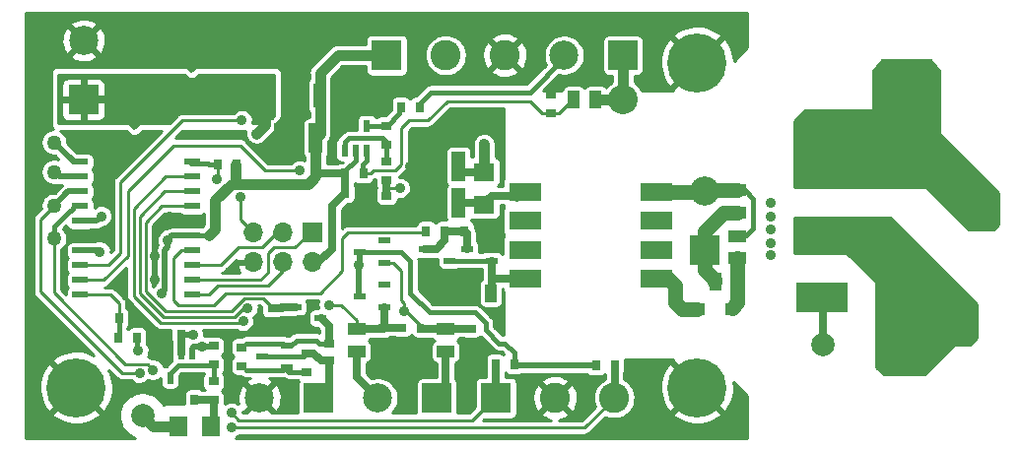
<source format=gtl>
G04 #@! TF.GenerationSoftware,KiCad,Pcbnew,(5.99.0-273-g43768b71c)*
G04 #@! TF.CreationDate,2019-11-20T15:23:38-05:00*
G04 #@! TF.ProjectId,Plasma_Pilot3,506c6173-6d61-45f5-9069-6c6f74332e6b,rev?*
G04 #@! TF.SameCoordinates,Original*
G04 #@! TF.FileFunction,Copper,L1,Top*
G04 #@! TF.FilePolarity,Positive*
%FSLAX46Y46*%
G04 Gerber Fmt 4.6, Leading zero omitted, Abs format (unit mm)*
G04 Created by KiCad (PCBNEW (5.99.0-273-g43768b71c)) date 2019-11-20 15:23:38*
%MOMM*%
%LPD*%
G04 APERTURE LIST*
%ADD10C,2.540000*%
%ADD11C,4.064000*%
%ADD12R,0.700000X0.900000*%
%ADD13C,5.080000*%
%ADD14R,1.000760X0.599440*%
%ADD15R,1.430020X0.551180*%
%ADD16R,2.800000X1.600000*%
%ADD17C,1.270000*%
%ADD18R,0.900000X0.700000*%
%ADD19C,2.500000*%
%ADD20O,4.500000X2.500000*%
%ADD21R,4.500000X2.500000*%
%ADD22C,2.000000*%
%ADD23R,3.250000X2.150000*%
%ADD24R,0.950000X2.150000*%
%ADD25R,1.000000X1.500000*%
%ADD26R,1.500000X1.000000*%
%ADD27O,1.700000X1.700000*%
%ADD28R,1.700000X1.700000*%
%ADD29R,1.200000X2.500000*%
%ADD30R,0.599440X1.000760*%
%ADD31C,2.600000*%
%ADD32R,2.600000X2.600000*%
%ADD33R,1.600200X1.803400*%
%ADD34R,1.803400X1.600200*%
%ADD35R,1.100000X1.100000*%
%ADD36R,2.500000X2.500000*%
%ADD37C,0.889000*%
%ADD38C,0.381000*%
%ADD39C,0.254000*%
%ADD40C,0.889000*%
%ADD41C,0.508000*%
%ADD42C,0.635000*%
%ADD43C,1.270000*%
G04 APERTURE END LIST*
D10*
X171450000Y-92710000D03*
D11*
X195580000Y-91567000D03*
X195580000Y-114173000D03*
D12*
X149086000Y-100711000D03*
X147586000Y-100711000D03*
D13*
X124460000Y-117475000D03*
X177800000Y-117475000D03*
X177800000Y-89535000D03*
D14*
X142534640Y-113855500D03*
X140421360Y-114808000D03*
X142534640Y-115760500D03*
D12*
X131965000Y-112903000D03*
X133465000Y-112903000D03*
D15*
X134426960Y-109499400D03*
X134426960Y-108229400D03*
X134426960Y-106959400D03*
X134426960Y-105689400D03*
X134426960Y-104419400D03*
X134426960Y-103149400D03*
X134426960Y-101879400D03*
X134426960Y-100609400D03*
X134426960Y-99339400D03*
X134426960Y-98069400D03*
X124805440Y-98069400D03*
X124805440Y-99339400D03*
X124805440Y-100609400D03*
X124805440Y-101879400D03*
X124805440Y-103149400D03*
X124805440Y-104419400D03*
X124805440Y-105689400D03*
X124805440Y-106959400D03*
X124805440Y-108229400D03*
X124805440Y-109499400D03*
D16*
X163006000Y-108144000D03*
X163006000Y-105644000D03*
X163006000Y-103144000D03*
X163006000Y-100644000D03*
X174306000Y-100644000D03*
X174306000Y-103144000D03*
X174306000Y-105644000D03*
X174306000Y-108144000D03*
D17*
X122555000Y-96393000D03*
X122555000Y-98933000D03*
X122555000Y-101854000D03*
X122555000Y-104648000D03*
D12*
X136614000Y-98298000D03*
X138214000Y-98298000D03*
D18*
X151130000Y-102477000D03*
X151130000Y-100977000D03*
D19*
X202141000Y-101680000D03*
X199941000Y-111680000D03*
D20*
X188569600Y-98817000D03*
X188569600Y-104267000D03*
D21*
X188569600Y-109717000D03*
D22*
X195580000Y-96981000D03*
X195580000Y-106981000D03*
D23*
X143002000Y-86529000D03*
D24*
X145302000Y-92329000D03*
X143002000Y-92329000D03*
X140702000Y-92329000D03*
D22*
X130175000Y-119888000D03*
X188595000Y-94615000D03*
X188595000Y-113792000D03*
D25*
X167198000Y-92710000D03*
X169098000Y-92710000D03*
D26*
X181229000Y-100523000D03*
X181229000Y-102423000D03*
D25*
X179390000Y-108331000D03*
X181290000Y-108331000D03*
D14*
X158052800Y-105600500D03*
X160166080Y-106553000D03*
X158052800Y-107505500D03*
X154391360Y-105600500D03*
X156504640Y-106553000D03*
X154391360Y-107505500D03*
X143301720Y-110553500D03*
X145415000Y-111506000D03*
X143301720Y-112458500D03*
D27*
X139700000Y-106680000D03*
X139700000Y-104140000D03*
X142240000Y-106680000D03*
X142240000Y-104140000D03*
X144780000Y-106680000D03*
D28*
X144780000Y-104140000D03*
D14*
X150916640Y-110553500D03*
X148803360Y-109601000D03*
X150916640Y-108648500D03*
X150916640Y-106743500D03*
X148803360Y-105791000D03*
X150916640Y-104838500D03*
D26*
X181229000Y-104460000D03*
X181229000Y-106360000D03*
D29*
X142010000Y-96012000D03*
X145010000Y-96012000D03*
D25*
X158181000Y-109347000D03*
X160081000Y-109347000D03*
D29*
X154305000Y-98425000D03*
X157305000Y-98425000D03*
X154329000Y-101600000D03*
X157329000Y-101600000D03*
D30*
X147510500Y-94955360D03*
X149415500Y-94955360D03*
X148463000Y-97068640D03*
X149415500Y-97068640D03*
X147510500Y-97068640D03*
X134429500Y-116626640D03*
X132524500Y-116626640D03*
X133477000Y-114513360D03*
X132524500Y-114513360D03*
X134429500Y-114513360D03*
D31*
X161290000Y-88900000D03*
X156210000Y-88900000D03*
D32*
X151130000Y-88900000D03*
D31*
X170688000Y-118364000D03*
X165608000Y-118364000D03*
D32*
X160528000Y-118364000D03*
D12*
X129705000Y-113157000D03*
X128105000Y-113157000D03*
D18*
X136271000Y-115496140D03*
X136271000Y-113896140D03*
X136271000Y-118529000D03*
X136271000Y-116929000D03*
D33*
X133211570Y-120777000D03*
X136005570Y-120777000D03*
D34*
X159512000Y-98933000D03*
X159512000Y-101727000D03*
D12*
X149136000Y-99060000D03*
X147536000Y-99060000D03*
D18*
X165227000Y-92291000D03*
X165227000Y-93891000D03*
X138684000Y-114008000D03*
X138684000Y-115608000D03*
X144272000Y-116116000D03*
X144272000Y-114516000D03*
D12*
X157837000Y-104013000D03*
X159437000Y-104013000D03*
D18*
X141351000Y-112268000D03*
X141351000Y-110668000D03*
D12*
X154535000Y-104013000D03*
X156135000Y-104013000D03*
D18*
X151130000Y-98006000D03*
X151130000Y-99606000D03*
X151066500Y-94958000D03*
X151066500Y-96558000D03*
D12*
X153962000Y-93345000D03*
X152362000Y-93345000D03*
D18*
X152400000Y-113919000D03*
X152400000Y-112319000D03*
D26*
X148590000Y-114361000D03*
X148590000Y-112461000D03*
X156210000Y-114361000D03*
X156210000Y-112461000D03*
D18*
X158369000Y-113995000D03*
X158369000Y-112395000D03*
D12*
X160490000Y-115443000D03*
X162090000Y-115443000D03*
X170726000Y-115570000D03*
X169126000Y-115570000D03*
D35*
X180721000Y-110744000D03*
X177921000Y-110744000D03*
D12*
X129655000Y-111506000D03*
X128155000Y-111506000D03*
X134608000Y-118491000D03*
X133108000Y-118491000D03*
G04 #@! TA.AperFunction,SMDPad,CuDef*
G36*
X136063362Y-86331389D02*
G01*
X136144468Y-86385582D01*
X137134418Y-87375532D01*
X137188611Y-87456638D01*
X137207641Y-87552309D01*
X137188611Y-87647980D01*
X137134418Y-87729086D01*
X134553478Y-90310026D01*
X134472372Y-90364219D01*
X134376701Y-90383249D01*
X134281030Y-90364219D01*
X134199924Y-90310026D01*
X133209974Y-89320076D01*
X133155781Y-89238970D01*
X133136751Y-89143299D01*
X133155781Y-89047628D01*
X133209974Y-88966522D01*
X135790914Y-86385582D01*
X135872020Y-86331389D01*
X135967691Y-86312359D01*
X136063362Y-86331389D01*
G37*
G04 #@! TD.AperFunction*
G04 #@! TA.AperFunction,SMDPad,CuDef*
G36*
X131148970Y-91245781D02*
G01*
X131230076Y-91299974D01*
X132220026Y-92289924D01*
X132274219Y-92371030D01*
X132293249Y-92466701D01*
X132274219Y-92562372D01*
X132220026Y-92643478D01*
X129639086Y-95224418D01*
X129557980Y-95278611D01*
X129462309Y-95297641D01*
X129366638Y-95278611D01*
X129285532Y-95224418D01*
X128295582Y-94234468D01*
X128241389Y-94153362D01*
X128222359Y-94057691D01*
X128241389Y-93962020D01*
X128295582Y-93880914D01*
X130876522Y-91299974D01*
X130957628Y-91245781D01*
X131053299Y-91226751D01*
X131148970Y-91245781D01*
G37*
G04 #@! TD.AperFunction*
D18*
X150622000Y-113907000D03*
X150622000Y-112407000D03*
X154178000Y-113895000D03*
X154178000Y-112395000D03*
X146177000Y-113677000D03*
X146177000Y-115177000D03*
D36*
X155448000Y-118364000D03*
D19*
X150368000Y-118364000D03*
D36*
X125095000Y-92710000D03*
D19*
X125095000Y-87630000D03*
D36*
X145288000Y-118364000D03*
D19*
X140208000Y-118364000D03*
D36*
X178435000Y-105664000D03*
D19*
X178435000Y-100584000D03*
D36*
X171450000Y-88900000D03*
D19*
X166370000Y-88900000D03*
D37*
X184150000Y-101600000D03*
X184150000Y-106045000D03*
X184150000Y-105029000D03*
X184150000Y-103886000D03*
X184150000Y-102743000D03*
X143002000Y-90170000D03*
X140081000Y-86106000D03*
X140081000Y-87630000D03*
X141351000Y-88773000D03*
X143129000Y-88773000D03*
X144653000Y-88646000D03*
X145669000Y-87376000D03*
X145669000Y-86106000D03*
X156845000Y-93980000D03*
X159893000Y-93853000D03*
X126746000Y-101092000D03*
X131826000Y-109347000D03*
X131191000Y-108204000D03*
X131191000Y-106172000D03*
X135255000Y-113919000D03*
X129794000Y-114300000D03*
X129921000Y-116205000D03*
X137795000Y-120904000D03*
X152273000Y-100330000D03*
X143637000Y-98806000D03*
X131064000Y-115951000D03*
X137795000Y-119634000D03*
X153162000Y-98425000D03*
X153035000Y-101600000D03*
X156845000Y-109347000D03*
X148717000Y-106934000D03*
X138557000Y-101092000D03*
X136525000Y-99568000D03*
X134493000Y-112903000D03*
X159512000Y-96520000D03*
X139954000Y-95631000D03*
X138684000Y-94488000D03*
X147574000Y-93726000D03*
X152400000Y-114935000D03*
X154178000Y-114935000D03*
X158369000Y-115062000D03*
X154305000Y-108458000D03*
X131064000Y-112903000D03*
X132080000Y-118491000D03*
X152654000Y-110871000D03*
X138811000Y-111760000D03*
X139192000Y-110617000D03*
X146177000Y-110363000D03*
X132461000Y-102743000D03*
X132334000Y-104775000D03*
X160147000Y-105029000D03*
X126492000Y-105791000D03*
X126619000Y-102743000D03*
X126619000Y-104140000D03*
X140081000Y-112268000D03*
D38*
X181930000Y-100523000D02*
X182626000Y-101219000D01*
X182626000Y-103759000D02*
X181991000Y-104394000D01*
X181229000Y-100523000D02*
X181930000Y-100523000D01*
X181991000Y-104394000D02*
X181102000Y-104394000D01*
X182626000Y-101219000D02*
X182626000Y-103759000D01*
D39*
X156337000Y-92837000D02*
X154686000Y-94488000D01*
X154686000Y-94488000D02*
X153035000Y-94488000D01*
X163469000Y-92837000D02*
X156337000Y-92837000D01*
X165227000Y-93891000D02*
X164523000Y-93891000D01*
X152400000Y-95123000D02*
X152400000Y-96012000D01*
X164523000Y-93891000D02*
X163469000Y-92837000D01*
X153035000Y-94488000D02*
X152400000Y-95123000D01*
D38*
X163449000Y-92075000D02*
X154940000Y-92075000D01*
X166370000Y-89154000D02*
X163449000Y-92075000D01*
X154940000Y-92075000D02*
X154000000Y-93015000D01*
D39*
X154000000Y-93015000D02*
X154000000Y-93345000D01*
X165347000Y-91567000D02*
X165735000Y-91567000D01*
X165227000Y-92291000D02*
X165227000Y-91687000D01*
X165227000Y-91687000D02*
X165347000Y-91567000D01*
D40*
X169164000Y-92710000D02*
X171450000Y-92710000D01*
D39*
X167112000Y-92710000D02*
X167132000Y-92710000D01*
X165227000Y-93891000D02*
X165931000Y-93891000D01*
X165931000Y-93891000D02*
X167112000Y-92710000D01*
X128905000Y-100584000D02*
X132842000Y-96647000D01*
X128905000Y-106172000D02*
X128905000Y-100584000D01*
X132842000Y-96647000D02*
X138557000Y-96647000D01*
X138557000Y-96647000D02*
X140716000Y-98806000D01*
X124805440Y-108229400D02*
X126847600Y-108229400D01*
X126847600Y-108229400D02*
X128905000Y-106172000D01*
X140716000Y-98806000D02*
X143637000Y-98806000D01*
X128270000Y-99822000D02*
X133604000Y-94488000D01*
X128270000Y-105918000D02*
X128270000Y-99822000D01*
X124805440Y-106959400D02*
X127228600Y-106959400D01*
X127228600Y-106959400D02*
X128270000Y-105918000D01*
X133604000Y-94488000D02*
X138055383Y-94488000D01*
X138055383Y-94488000D02*
X138684000Y-94488000D01*
D41*
X132334000Y-105403617D02*
X132080000Y-105657617D01*
X132080000Y-105657617D02*
X132080000Y-109093000D01*
X132080000Y-109093000D02*
X131826000Y-109347000D01*
X132334000Y-104775000D02*
X132334000Y-105403617D01*
D39*
X145415000Y-109347000D02*
X137287000Y-109347000D01*
X154432000Y-104140000D02*
X147828000Y-104140000D01*
X147828000Y-104140000D02*
X147320000Y-104648000D01*
X147320000Y-107442000D02*
X145415000Y-109347000D01*
X147320000Y-104648000D02*
X147320000Y-107442000D01*
X137287000Y-109347000D02*
X136271000Y-110363000D01*
X132842000Y-109982000D02*
X132842000Y-106305350D01*
X132842000Y-106305350D02*
X133457950Y-105689400D01*
X136271000Y-110363000D02*
X133223000Y-110363000D01*
X133223000Y-110363000D02*
X132842000Y-109982000D01*
X133457950Y-105689400D02*
X134426960Y-105689400D01*
X130429000Y-109173278D02*
X132126722Y-110871000D01*
X134426960Y-101879400D02*
X131800600Y-101879400D01*
X131800600Y-101879400D02*
X130429000Y-103251000D01*
X132126722Y-110871000D02*
X137829034Y-110871000D01*
X130429000Y-103251000D02*
X130429000Y-109173278D01*
X140512811Y-109778811D02*
X141351000Y-110617000D01*
X137829034Y-110871000D02*
X138921223Y-109778811D01*
X138921223Y-109778811D02*
X140512811Y-109778811D01*
X129921000Y-109347000D02*
X131953000Y-111379000D01*
X131953000Y-111379000D02*
X138083032Y-111379000D01*
X129921000Y-102743000D02*
X129921000Y-109347000D01*
X138972032Y-110490000D02*
X139319000Y-110490000D01*
X134426960Y-100609400D02*
X132054600Y-100609400D01*
X132054600Y-100609400D02*
X129921000Y-102743000D01*
X138083032Y-111379000D02*
X138972032Y-110490000D01*
X131699000Y-111887000D02*
X138684000Y-111887000D01*
X129413000Y-109601000D02*
X131699000Y-111887000D01*
X129413000Y-102108000D02*
X129413000Y-109601000D01*
X132181600Y-99339400D02*
X129413000Y-102108000D01*
X134426960Y-99339400D02*
X132181600Y-99339400D01*
X138684000Y-111887000D02*
X138811000Y-111760000D01*
D38*
X131953000Y-113060480D02*
X131953000Y-112903000D01*
X132524500Y-114513360D02*
X132524500Y-113631980D01*
X132524500Y-113631980D02*
X131953000Y-113060480D01*
X134429500Y-114513360D02*
X134429500Y-113982500D01*
X134429500Y-113982500D02*
X134493000Y-113919000D01*
D41*
X134493000Y-113919000D02*
X135255000Y-113919000D01*
X135883617Y-113919000D02*
X135255000Y-113919000D01*
X136271000Y-113919000D02*
X135883617Y-113919000D01*
D38*
X129705000Y-114211000D02*
X129794000Y-114300000D01*
X129705000Y-113157000D02*
X129705000Y-114211000D01*
D39*
X129292383Y-116205000D02*
X129921000Y-116205000D01*
X130568699Y-115455699D02*
X130619501Y-115506501D01*
X122555000Y-101854000D02*
X121412000Y-102997000D01*
X121412000Y-102997000D02*
X121412000Y-109220000D01*
X128397000Y-116205000D02*
X129292383Y-116205000D01*
X128697733Y-115455699D02*
X130568699Y-115455699D01*
X130619501Y-115506501D02*
X131064000Y-115951000D01*
X122555000Y-109312966D02*
X128697733Y-115455699D01*
X122555000Y-104648000D02*
X122555000Y-109312966D01*
X121412000Y-109220000D02*
X128397000Y-116205000D01*
D40*
X129655000Y-111506000D02*
X129974142Y-111506000D01*
X129974142Y-111506000D02*
X131064000Y-112595858D01*
X131064000Y-112595858D02*
X131064000Y-112903000D01*
D39*
X138430000Y-120269000D02*
X158496000Y-120269000D01*
X137795000Y-119634000D02*
X138430000Y-120269000D01*
D38*
X160401000Y-118364000D02*
X160528000Y-118364000D01*
D39*
X158496000Y-120269000D02*
X160401000Y-118364000D01*
X168148000Y-120904000D02*
X170561000Y-118491000D01*
X137795000Y-120904000D02*
X168148000Y-120904000D01*
X128143000Y-110236000D02*
X128143000Y-111506000D01*
X127406400Y-109499400D02*
X128143000Y-110236000D01*
X124805440Y-109499400D02*
X127406400Y-109499400D01*
D42*
X147574000Y-99614000D02*
X147574000Y-99187000D01*
X147586000Y-100711000D02*
X147586000Y-99626000D01*
X147586000Y-99626000D02*
X147574000Y-99614000D01*
X146431000Y-101854000D02*
X147574000Y-100711000D01*
X146431000Y-105537000D02*
X146431000Y-101854000D01*
D40*
X145034000Y-99314000D02*
X144399000Y-99949000D01*
X144399000Y-99949000D02*
X138176000Y-99949000D01*
X145034000Y-98806000D02*
X145034000Y-99314000D01*
D39*
X152273000Y-100330000D02*
X151391000Y-100330000D01*
X151391000Y-100330000D02*
X151130000Y-100591000D01*
D42*
X151130000Y-100591000D02*
X151130000Y-100838000D01*
X151130000Y-99606000D02*
X151130000Y-100591000D01*
X147536000Y-99060000D02*
X145288000Y-99060000D01*
X145288000Y-99060000D02*
X145034000Y-98806000D01*
D38*
X147536000Y-100673000D02*
X147574000Y-100711000D01*
X147536000Y-99060000D02*
X147536000Y-100673000D01*
X147574000Y-98839020D02*
X147574000Y-99060000D01*
X148463000Y-97068640D02*
X148463000Y-97950020D01*
X148463000Y-97950020D02*
X147574000Y-98839020D01*
X151130000Y-97352500D02*
X151130000Y-98044000D01*
X151066500Y-96558000D02*
X151066500Y-97289000D01*
X151066500Y-97289000D02*
X151130000Y-97352500D01*
X149098000Y-98267520D02*
X149098000Y-99060000D01*
X149415500Y-97068640D02*
X149415500Y-97950020D01*
X149415500Y-97950020D02*
X149098000Y-98267520D01*
D39*
X151892000Y-98806000D02*
X152400000Y-98298000D01*
X152400000Y-98298000D02*
X152400000Y-96012000D01*
X149994000Y-98806000D02*
X151892000Y-98806000D01*
X149136000Y-99060000D02*
X149740000Y-99060000D01*
X149740000Y-99060000D02*
X149994000Y-98806000D01*
D38*
X128143000Y-112349000D02*
X128143000Y-113157000D01*
X128155000Y-111506000D02*
X128155000Y-112337000D01*
X128155000Y-112337000D02*
X128143000Y-112349000D01*
D40*
X154305000Y-98425000D02*
X153162000Y-98425000D01*
X154329000Y-101600000D02*
X153035000Y-101600000D01*
X145034000Y-96036000D02*
X145034000Y-98175000D01*
X145010000Y-96012000D02*
X145034000Y-96036000D01*
X145034000Y-98175000D02*
X145034000Y-98806000D01*
D42*
X146431000Y-105537000D02*
X145288000Y-106680000D01*
X145288000Y-106680000D02*
X144780000Y-106680000D01*
D38*
X152400000Y-105791000D02*
X148717000Y-105791000D01*
X153162000Y-106553000D02*
X152400000Y-105791000D01*
X153162000Y-109347000D02*
X153162000Y-106553000D01*
X154813000Y-110998000D02*
X153162000Y-109347000D01*
X158750000Y-110998000D02*
X154813000Y-110998000D01*
X159639000Y-111887000D02*
X158750000Y-110998000D01*
X159639000Y-112522000D02*
X159639000Y-111887000D01*
X160782000Y-113665000D02*
X159639000Y-112522000D01*
X161270000Y-113665000D02*
X160782000Y-113665000D01*
X162090000Y-115443000D02*
X162090000Y-114485000D01*
X162090000Y-114485000D02*
X161270000Y-113665000D01*
D42*
X158181000Y-109347000D02*
X156845000Y-109347000D01*
D41*
X162306000Y-115570000D02*
X162179000Y-115443000D01*
X169126000Y-115570000D02*
X162306000Y-115570000D01*
X148717000Y-106934000D02*
X148717000Y-109601000D01*
X148803360Y-105791000D02*
X148803360Y-106847640D01*
X148803360Y-106847640D02*
X148717000Y-106934000D01*
D42*
X144780000Y-106680000D02*
X144780000Y-106807000D01*
D39*
X138557000Y-102997000D02*
X139700000Y-104140000D01*
X138557000Y-101092000D02*
X138557000Y-102997000D01*
X136614000Y-99479000D02*
X136525000Y-99568000D01*
X136614000Y-98298000D02*
X136614000Y-99479000D01*
D41*
X133477000Y-112903000D02*
X134493000Y-112903000D01*
D40*
X135864600Y-104419400D02*
X136398000Y-103886000D01*
X136398000Y-103886000D02*
X136398000Y-101346000D01*
D38*
X134426960Y-104419400D02*
X135864600Y-104419400D01*
D40*
X136398000Y-101346000D02*
X137795000Y-99949000D01*
D38*
X137795000Y-99949000D02*
X138176000Y-99949000D01*
D40*
X138176000Y-99949000D02*
X138176000Y-98298000D01*
X159512000Y-96520000D02*
X159512000Y-98679000D01*
X140702000Y-94883000D02*
X139954000Y-95631000D01*
X140702000Y-92329000D02*
X140702000Y-94883000D01*
D38*
X147510500Y-97068640D02*
X147510500Y-97091500D01*
D40*
X145415000Y-95631000D02*
X145034000Y-96012000D01*
X145415000Y-92456000D02*
X145415000Y-95631000D01*
X145415000Y-90424000D02*
X145415000Y-92456000D01*
X146939000Y-88900000D02*
X145415000Y-90424000D01*
X148941000Y-88900000D02*
X146939000Y-88900000D01*
X151130000Y-88900000D02*
X148941000Y-88900000D01*
D38*
X135756000Y-98171000D02*
X134366000Y-98171000D01*
X136614000Y-98298000D02*
X135883000Y-98298000D01*
X135883000Y-98298000D02*
X135756000Y-98171000D01*
D43*
X154305000Y-100945000D02*
X154305000Y-101600000D01*
X154305000Y-98425000D02*
X154305000Y-100945000D01*
D39*
X152400000Y-97289000D02*
X152400000Y-96012000D01*
D38*
X149392640Y-94955360D02*
X151170640Y-94955360D01*
X149352000Y-94996000D02*
X149392640Y-94955360D01*
X151170640Y-94955360D02*
X152209500Y-93916500D01*
X152209500Y-93916500D02*
X152209500Y-93497500D01*
X152209500Y-93497500D02*
X152362000Y-93345000D01*
D42*
X154000000Y-93345000D02*
X153962000Y-93307000D01*
X153962000Y-93307000D02*
X153962000Y-93345000D01*
D41*
X151384000Y-88900000D02*
X151130000Y-88900000D01*
X147510500Y-93789500D02*
X147574000Y-93726000D01*
X147510500Y-94955360D02*
X147510500Y-93789500D01*
D38*
X147510500Y-96377760D02*
X147876260Y-96012000D01*
X147510500Y-97068640D02*
X147510500Y-96377760D01*
X150749000Y-96012000D02*
X151003000Y-96266000D01*
X147876260Y-96012000D02*
X150749000Y-96012000D01*
X151003000Y-96266000D02*
X151003000Y-96520000D01*
D40*
X171450000Y-88900000D02*
X171450000Y-92710000D01*
D42*
X163006000Y-108144000D02*
X160214000Y-108144000D01*
X160214000Y-108144000D02*
X160147000Y-108077000D01*
X162560000Y-100965000D02*
X160147000Y-100965000D01*
X162814000Y-100711000D02*
X162560000Y-100965000D01*
X160147000Y-100965000D02*
X159512000Y-101600000D01*
D38*
X162941000Y-100584000D02*
X162306000Y-101219000D01*
D43*
X178435000Y-104013000D02*
X178435000Y-105664000D01*
X180025000Y-102423000D02*
X178435000Y-104013000D01*
X181229000Y-102423000D02*
X180025000Y-102423000D01*
X178496000Y-100523000D02*
X178435000Y-100584000D01*
X181229000Y-100523000D02*
X178496000Y-100523000D01*
X178375000Y-100644000D02*
X178435000Y-100584000D01*
X174306000Y-100644000D02*
X178375000Y-100644000D01*
X178435000Y-107315000D02*
X179324000Y-108204000D01*
X178435000Y-105664000D02*
X178435000Y-107315000D01*
X179324000Y-108204000D02*
X179324000Y-108331000D01*
X181290000Y-110175000D02*
X180848000Y-110617000D01*
X181290000Y-108331000D02*
X181290000Y-110175000D01*
X181229000Y-106360000D02*
X181229000Y-108458000D01*
X176530000Y-110744000D02*
X177800000Y-110744000D01*
X175895000Y-110109000D02*
X176530000Y-110744000D01*
X175895000Y-108712000D02*
X175895000Y-110109000D01*
X175327000Y-108144000D02*
X175895000Y-108712000D01*
X174306000Y-108144000D02*
X175327000Y-108144000D01*
D40*
X153739000Y-113919000D02*
X154305000Y-113919000D01*
X152400000Y-113919000D02*
X153739000Y-113919000D01*
X152388000Y-113907000D02*
X152400000Y-113919000D01*
X150622000Y-113907000D02*
X152388000Y-113907000D01*
D42*
X152400000Y-113919000D02*
X152400000Y-114935000D01*
X154178000Y-113895000D02*
X154178000Y-114935000D01*
X158369000Y-113995000D02*
X158369000Y-115062000D01*
X188595000Y-109855000D02*
X188468000Y-109728000D01*
X188595000Y-113792000D02*
X188595000Y-109855000D01*
X188595000Y-96029213D02*
X188595000Y-98933000D01*
X188595000Y-94615000D02*
X188595000Y-96029213D01*
X200105000Y-101680000D02*
X195580000Y-97155000D01*
X202141000Y-101680000D02*
X200105000Y-101680000D01*
X195580000Y-91567000D02*
X195580000Y-97155000D01*
X193243600Y-97028000D02*
X195453000Y-97028000D01*
X188569600Y-98817000D02*
X191454600Y-98817000D01*
X191454600Y-98817000D02*
X193243600Y-97028000D01*
X195580000Y-111633000D02*
X195580000Y-113792000D01*
X199941000Y-111680000D02*
X195627000Y-111680000D01*
X195580000Y-106981000D02*
X195580000Y-111633000D01*
X195627000Y-111680000D02*
X195580000Y-111633000D01*
X195580000Y-113792000D02*
X194945000Y-114427000D01*
X194121600Y-106934000D02*
X195580000Y-106934000D01*
X188569600Y-104267000D02*
X191454600Y-104267000D01*
X191454600Y-104267000D02*
X194121600Y-106934000D01*
X140716000Y-92456000D02*
X140716000Y-92329000D01*
X139909804Y-93262196D02*
X140716000Y-92456000D01*
X130257804Y-93262196D02*
X139909804Y-93262196D01*
X127615000Y-93345000D02*
X130302000Y-93345000D01*
X125095000Y-92710000D02*
X126980000Y-92710000D01*
X126980000Y-92710000D02*
X127615000Y-93345000D01*
X170764000Y-118364000D02*
X170815000Y-118364000D01*
X170726000Y-118326000D02*
X170764000Y-118364000D01*
X170726000Y-115570000D02*
X170726000Y-118326000D01*
X160490000Y-118326000D02*
X160528000Y-118364000D01*
X160490000Y-115443000D02*
X160490000Y-118326000D01*
X154391360Y-108371640D02*
X154305000Y-108458000D01*
X154391360Y-107505500D02*
X154391360Y-108371640D01*
X158242000Y-109347000D02*
X158115000Y-109347000D01*
X158242000Y-108629420D02*
X158242000Y-109347000D01*
X158052800Y-107505500D02*
X158052800Y-108440220D01*
X158052800Y-108440220D02*
X158242000Y-108629420D01*
D38*
X166497000Y-89027000D02*
X166497000Y-89154000D01*
D42*
X131965000Y-112903000D02*
X131064000Y-112903000D01*
X133465000Y-114542000D02*
X133477000Y-114554000D01*
X133465000Y-112903000D02*
X133465000Y-114542000D01*
X133108000Y-118491000D02*
X132080000Y-118491000D01*
X133096000Y-118237000D02*
X133096000Y-118491000D01*
X134429500Y-116903500D02*
X133096000Y-118237000D01*
X134429500Y-116626640D02*
X134429500Y-116903500D01*
X134608000Y-118491000D02*
X136398000Y-118491000D01*
X136271000Y-120523000D02*
X136017000Y-120777000D01*
X136271000Y-118529000D02*
X136271000Y-120523000D01*
D39*
X141478000Y-105410000D02*
X143256000Y-105410000D01*
X140970000Y-105918000D02*
X141478000Y-105410000D01*
X140970000Y-107569000D02*
X140970000Y-105918000D01*
X134426960Y-108229400D02*
X140309600Y-108229400D01*
X140309600Y-108229400D02*
X140970000Y-107569000D01*
X143256000Y-105410000D02*
X144399000Y-104267000D01*
X144399000Y-104267000D02*
X144780000Y-104267000D01*
X152654000Y-110871000D02*
X152781000Y-110871000D01*
X152781000Y-110871000D02*
X154178000Y-112268000D01*
X152654000Y-110871000D02*
X152654000Y-110242383D01*
X152654000Y-110242383D02*
X152400000Y-109988383D01*
X152400000Y-109988383D02*
X152400000Y-109093000D01*
X146431000Y-110363000D02*
X146177000Y-110363000D01*
X152400000Y-107472480D02*
X152400000Y-109093000D01*
X150916640Y-106743500D02*
X151671020Y-106743500D01*
X151671020Y-106743500D02*
X152400000Y-107472480D01*
X147246000Y-110363000D02*
X146431000Y-110363000D01*
X148590000Y-112461000D02*
X148590000Y-111707000D01*
X148590000Y-111707000D02*
X147246000Y-110363000D01*
X154559000Y-104013000D02*
X154432000Y-104013000D01*
X154535000Y-104013000D02*
X154559000Y-104013000D01*
X140970000Y-108712000D02*
X142240000Y-107442000D01*
X136652000Y-108712000D02*
X140970000Y-108712000D01*
X135885153Y-109478847D02*
X136652000Y-108712000D01*
X134426960Y-109499400D02*
X134447513Y-109478847D01*
X134447513Y-109478847D02*
X135885153Y-109478847D01*
X142240000Y-107442000D02*
X142240000Y-106807000D01*
D38*
X123952000Y-102235000D02*
X122555000Y-103632000D01*
X122555000Y-103632000D02*
X122555000Y-104648000D01*
X124010420Y-102235000D02*
X123952000Y-102235000D01*
X124805440Y-101879400D02*
X124366020Y-101879400D01*
X124366020Y-101879400D02*
X124010420Y-102235000D01*
D41*
X134426960Y-103149400D02*
X132867400Y-103149400D01*
X132867400Y-103149400D02*
X132461000Y-102743000D01*
X132689600Y-104419400D02*
X132334000Y-104775000D01*
X134426960Y-104419400D02*
X132689600Y-104419400D01*
D38*
X139065000Y-115951000D02*
X142217140Y-115951000D01*
X142217140Y-115951000D02*
X142407640Y-115760500D01*
X144272000Y-116116000D02*
X142763140Y-116116000D01*
X142763140Y-116116000D02*
X142407640Y-115760500D01*
X140294360Y-114808000D02*
X143980000Y-114808000D01*
X143980000Y-114808000D02*
X144272000Y-114516000D01*
D42*
X144869000Y-114516000D02*
X145530000Y-115177000D01*
X145530000Y-115177000D02*
X146177000Y-115177000D01*
X144272000Y-114516000D02*
X144869000Y-114516000D01*
X146177000Y-115177000D02*
X146177000Y-117475000D01*
X146177000Y-117475000D02*
X145288000Y-118364000D01*
X148590000Y-112461000D02*
X150568000Y-112461000D01*
X150568000Y-112461000D02*
X150622000Y-112407000D01*
X150558500Y-112343500D02*
X150622000Y-112407000D01*
X152400000Y-112319000D02*
X150710000Y-112319000D01*
X150710000Y-112319000D02*
X150622000Y-112407000D01*
X154114500Y-112331500D02*
X154178000Y-112395000D01*
X156210000Y-112461000D02*
X154244000Y-112461000D01*
X154244000Y-112461000D02*
X154178000Y-112395000D01*
X158369000Y-112395000D02*
X156276000Y-112395000D01*
X156276000Y-112395000D02*
X156210000Y-112461000D01*
X156210000Y-114361000D02*
X156210000Y-117602000D01*
X156210000Y-117602000D02*
X155448000Y-118364000D01*
X148590000Y-114361000D02*
X148590000Y-116586000D01*
X148590000Y-116586000D02*
X150368000Y-118364000D01*
X159512000Y-98933000D02*
X157813000Y-98933000D01*
X157813000Y-98933000D02*
X157305000Y-98425000D01*
X159437000Y-104319000D02*
X160147000Y-105029000D01*
X159437000Y-104013000D02*
X159437000Y-104319000D01*
X155384500Y-105600500D02*
X156135000Y-104850000D01*
X154391360Y-105600500D02*
X155384500Y-105600500D01*
X156135000Y-104850000D02*
X156135000Y-104013000D01*
X157837000Y-104013000D02*
X156135000Y-104013000D01*
X158052800Y-105600500D02*
X158052800Y-104228800D01*
X158052800Y-104228800D02*
X157837000Y-104013000D01*
D41*
X126390400Y-105689400D02*
X126492000Y-105791000D01*
X124805440Y-105689400D02*
X126390400Y-105689400D01*
X126619000Y-102743000D02*
X126212600Y-103149400D01*
X126212600Y-103149400D02*
X124805440Y-103149400D01*
X126339600Y-104419400D02*
X126619000Y-104140000D01*
X124805440Y-104419400D02*
X126339600Y-104419400D01*
X124805440Y-98069400D02*
X124231400Y-98069400D01*
X124231400Y-98069400D02*
X122555000Y-96393000D01*
X124805440Y-99339400D02*
X122961400Y-99339400D01*
X122961400Y-99339400D02*
X122555000Y-98933000D01*
X124805440Y-100609400D02*
X123799600Y-100609400D01*
X123799600Y-100609400D02*
X122555000Y-101854000D01*
D38*
X156504640Y-106553000D02*
X157386020Y-106553000D01*
X157386020Y-106553000D02*
X160147000Y-106553000D01*
D42*
X160147000Y-106553000D02*
X160147000Y-109220000D01*
X160147000Y-109220000D02*
X160020000Y-109347000D01*
X157329000Y-101600000D02*
X159639000Y-101600000D01*
D38*
X143367760Y-113411000D02*
X142923260Y-113855500D01*
X145080000Y-113411000D02*
X143367760Y-113411000D01*
X146177000Y-113677000D02*
X145346000Y-113677000D01*
X142923260Y-113855500D02*
X142407640Y-113855500D01*
X145346000Y-113677000D02*
X145080000Y-113411000D01*
X142217140Y-113665000D02*
X142407640Y-113855500D01*
X139065000Y-113665000D02*
X142217140Y-113665000D01*
D42*
X146177000Y-112141000D02*
X145542000Y-111506000D01*
X146177000Y-113677000D02*
X146177000Y-112141000D01*
X142166340Y-110553500D02*
X142102840Y-110617000D01*
X143301720Y-110553500D02*
X142166340Y-110553500D01*
X142102840Y-110617000D02*
X141351000Y-110617000D01*
X143301720Y-112458500D02*
X141541500Y-112458500D01*
X141541500Y-112458500D02*
X141351000Y-112268000D01*
X141351000Y-112268000D02*
X141478000Y-112268000D01*
X141478000Y-112268000D02*
X140081000Y-112268000D01*
X150876000Y-112395000D02*
X150622000Y-112395000D01*
X150916640Y-110553500D02*
X150916640Y-112354360D01*
X150916640Y-112354360D02*
X150876000Y-112395000D01*
D38*
X132524500Y-116626640D02*
X132524500Y-116268500D01*
X132524500Y-116268500D02*
X133223000Y-115570000D01*
X133223000Y-115570000D02*
X136271000Y-115570000D01*
X136271000Y-116929000D02*
X136271000Y-115570000D01*
D40*
X133211570Y-120777000D02*
X131064000Y-120777000D01*
X131064000Y-120777000D02*
X130175000Y-119888000D01*
D39*
X141732000Y-104140000D02*
X142240000Y-104140000D01*
X140462000Y-105410000D02*
X141732000Y-104140000D01*
X138430000Y-105410000D02*
X140462000Y-105410000D01*
X134426960Y-106959400D02*
X136880600Y-106959400D01*
X136880600Y-106959400D02*
X138430000Y-105410000D01*
G36*
X175645355Y-115139336D02*
G01*
X180133532Y-119627513D01*
X180294947Y-119445390D01*
X180501964Y-119150288D01*
X180674243Y-118833649D01*
X180809570Y-118499541D01*
X180906206Y-118152262D01*
X180963124Y-117794914D01*
X180974380Y-117298904D01*
X180938521Y-116981711D01*
X182119000Y-118162190D01*
X182119000Y-121794000D01*
X138142178Y-121794000D01*
X138334846Y-121698359D01*
X138512943Y-121538000D01*
X168120331Y-121538000D01*
X168204108Y-121545329D01*
X168285345Y-121523562D01*
X168368185Y-121508955D01*
X168392716Y-121494792D01*
X168420072Y-121487461D01*
X168488959Y-121439226D01*
X168561813Y-121397164D01*
X168615880Y-121332730D01*
X169938911Y-120009699D01*
X170006165Y-120043157D01*
X170268001Y-120126972D01*
X170539502Y-120170216D01*
X170814421Y-120171895D01*
X171086430Y-120131971D01*
X171349270Y-120051362D01*
X171596893Y-119931923D01*
X171777397Y-119808097D01*
X175647922Y-119808097D01*
X175786367Y-119935179D01*
X176077811Y-120147314D01*
X176391396Y-120325093D01*
X176723090Y-120466231D01*
X177068630Y-120568913D01*
X177423572Y-120631818D01*
X177783354Y-120654138D01*
X178143350Y-120635587D01*
X178498931Y-120576401D01*
X178845527Y-120477344D01*
X179178681Y-120339688D01*
X179494110Y-120165202D01*
X179787760Y-119956131D01*
X179952258Y-119808277D01*
X177800000Y-117656019D01*
X175647922Y-119808097D01*
X171777397Y-119808097D01*
X171823600Y-119776402D01*
X172024175Y-119588379D01*
X172194002Y-119372180D01*
X172329171Y-119132781D01*
X172426575Y-118875690D01*
X172484350Y-118605037D01*
X172495483Y-118229921D01*
X172453860Y-117956319D01*
X172371876Y-117693904D01*
X172251142Y-117446909D01*
X172220593Y-117402873D01*
X174621637Y-117402873D01*
X174633902Y-117763137D01*
X174686872Y-118119697D01*
X174779866Y-118467970D01*
X174911688Y-118803475D01*
X175080641Y-119121902D01*
X175284556Y-119419156D01*
X175465875Y-119628106D01*
X177618981Y-117475000D01*
X175455945Y-115311964D01*
X175158149Y-115706435D01*
X174974924Y-116016870D01*
X174828019Y-116346050D01*
X174719322Y-116689745D01*
X174650233Y-117043535D01*
X174621637Y-117402873D01*
X172220593Y-117402873D01*
X172094436Y-117221020D01*
X171905366Y-117021432D01*
X171688281Y-116852741D01*
X171550500Y-116775894D01*
X171550500Y-116222437D01*
X171553584Y-116217821D01*
X171590464Y-116032410D01*
X171590464Y-115107590D01*
X171581197Y-115061000D01*
X175738878Y-115061000D01*
X175645355Y-115139336D01*
G37*
X175645355Y-115139336D02*
X180133532Y-119627513D01*
X180294947Y-119445390D01*
X180501964Y-119150288D01*
X180674243Y-118833649D01*
X180809570Y-118499541D01*
X180906206Y-118152262D01*
X180963124Y-117794914D01*
X180974380Y-117298904D01*
X180938521Y-116981711D01*
X182119000Y-118162190D01*
X182119000Y-121794000D01*
X138142178Y-121794000D01*
X138334846Y-121698359D01*
X138512943Y-121538000D01*
X168120331Y-121538000D01*
X168204108Y-121545329D01*
X168285345Y-121523562D01*
X168368185Y-121508955D01*
X168392716Y-121494792D01*
X168420072Y-121487461D01*
X168488959Y-121439226D01*
X168561813Y-121397164D01*
X168615880Y-121332730D01*
X169938911Y-120009699D01*
X170006165Y-120043157D01*
X170268001Y-120126972D01*
X170539502Y-120170216D01*
X170814421Y-120171895D01*
X171086430Y-120131971D01*
X171349270Y-120051362D01*
X171596893Y-119931923D01*
X171777397Y-119808097D01*
X175647922Y-119808097D01*
X175786367Y-119935179D01*
X176077811Y-120147314D01*
X176391396Y-120325093D01*
X176723090Y-120466231D01*
X177068630Y-120568913D01*
X177423572Y-120631818D01*
X177783354Y-120654138D01*
X178143350Y-120635587D01*
X178498931Y-120576401D01*
X178845527Y-120477344D01*
X179178681Y-120339688D01*
X179494110Y-120165202D01*
X179787760Y-119956131D01*
X179952258Y-119808277D01*
X177800000Y-117656019D01*
X175647922Y-119808097D01*
X171777397Y-119808097D01*
X171823600Y-119776402D01*
X172024175Y-119588379D01*
X172194002Y-119372180D01*
X172329171Y-119132781D01*
X172426575Y-118875690D01*
X172484350Y-118605037D01*
X172495483Y-118229921D01*
X172453860Y-117956319D01*
X172371876Y-117693904D01*
X172251142Y-117446909D01*
X172220593Y-117402873D01*
X174621637Y-117402873D01*
X174633902Y-117763137D01*
X174686872Y-118119697D01*
X174779866Y-118467970D01*
X174911688Y-118803475D01*
X175080641Y-119121902D01*
X175284556Y-119419156D01*
X175465875Y-119628106D01*
X177618981Y-117475000D01*
X175455945Y-115311964D01*
X175158149Y-115706435D01*
X174974924Y-116016870D01*
X174828019Y-116346050D01*
X174719322Y-116689745D01*
X174650233Y-117043535D01*
X174621637Y-117402873D01*
X172220593Y-117402873D01*
X172094436Y-117221020D01*
X171905366Y-117021432D01*
X171688281Y-116852741D01*
X171550500Y-116775894D01*
X171550500Y-116222437D01*
X171553584Y-116217821D01*
X171590464Y-116032410D01*
X171590464Y-115107590D01*
X171581197Y-115061000D01*
X175738878Y-115061000D01*
X175645355Y-115139336D01*
G36*
X182119000Y-88212810D02*
G01*
X180974230Y-89357580D01*
X180933731Y-88999341D01*
X180852948Y-88648036D01*
X180732916Y-88308135D01*
X180575178Y-87984006D01*
X180381761Y-87679816D01*
X180137893Y-87378126D01*
X175647922Y-91868097D01*
X175736059Y-91949000D01*
X173056625Y-91949000D01*
X172969827Y-91778650D01*
X172805419Y-91552362D01*
X172607638Y-91354581D01*
X172401500Y-91204813D01*
X172401500Y-90664464D01*
X172712410Y-90664464D01*
X172897822Y-90627583D01*
X173065527Y-90515527D01*
X173177583Y-90347822D01*
X173214464Y-90162410D01*
X173214464Y-89462873D01*
X174621637Y-89462873D01*
X174633902Y-89823137D01*
X174686872Y-90179697D01*
X174779866Y-90527970D01*
X174911688Y-90863475D01*
X175080641Y-91181902D01*
X175284556Y-91479156D01*
X175465875Y-91688106D01*
X177618981Y-89535000D01*
X175455945Y-87371964D01*
X175158149Y-87766435D01*
X174974924Y-88076870D01*
X174828019Y-88406050D01*
X174719322Y-88749745D01*
X174650233Y-89103535D01*
X174621637Y-89462873D01*
X173214464Y-89462873D01*
X173214464Y-87637590D01*
X173177583Y-87452178D01*
X173065527Y-87284473D01*
X172938110Y-87199336D01*
X175645355Y-87199336D01*
X177800000Y-89353981D01*
X179959477Y-87194504D01*
X179614403Y-86924417D01*
X179307212Y-86735802D01*
X178980646Y-86583174D01*
X178638900Y-86468496D01*
X178286370Y-86393243D01*
X177927587Y-86358379D01*
X177567162Y-86364356D01*
X177209732Y-86411095D01*
X176859891Y-86497996D01*
X176522135Y-86623942D01*
X176200808Y-86787313D01*
X175900041Y-86986009D01*
X175645355Y-87199336D01*
X172938110Y-87199336D01*
X172897822Y-87172417D01*
X172712410Y-87135536D01*
X170187590Y-87135536D01*
X170002178Y-87172417D01*
X169834473Y-87284473D01*
X169722417Y-87452178D01*
X169685536Y-87637590D01*
X169685536Y-90162410D01*
X169722417Y-90347822D01*
X169834473Y-90515527D01*
X170002178Y-90627583D01*
X170187590Y-90664464D01*
X170498500Y-90664464D01*
X170498501Y-91204812D01*
X170292362Y-91354581D01*
X170094581Y-91552362D01*
X170011654Y-91666501D01*
X169963527Y-91594473D01*
X169795822Y-91482417D01*
X169610410Y-91445536D01*
X168585590Y-91445536D01*
X168400178Y-91482417D01*
X168232473Y-91594473D01*
X168148000Y-91720897D01*
X168063527Y-91594473D01*
X167895822Y-91482417D01*
X167710410Y-91445536D01*
X166685590Y-91445536D01*
X166500178Y-91482417D01*
X166332473Y-91594473D01*
X166220417Y-91762178D01*
X166183536Y-91947590D01*
X166183536Y-91949000D01*
X164561412Y-91949000D01*
X165911854Y-90598558D01*
X165958568Y-90613736D01*
X166231722Y-90657000D01*
X166508278Y-90657000D01*
X166781432Y-90613736D01*
X167044454Y-90528276D01*
X167290868Y-90402721D01*
X167514608Y-90240164D01*
X167710164Y-90044608D01*
X167872721Y-89820868D01*
X167998276Y-89574454D01*
X168083736Y-89311432D01*
X168127000Y-89038278D01*
X168127000Y-88761722D01*
X168083736Y-88488568D01*
X167998276Y-88225546D01*
X167872721Y-87979132D01*
X167710164Y-87755392D01*
X167514608Y-87559836D01*
X167290868Y-87397279D01*
X167044454Y-87271724D01*
X166781432Y-87186264D01*
X166508278Y-87143000D01*
X166231722Y-87143000D01*
X165958568Y-87186264D01*
X165695546Y-87271724D01*
X165449132Y-87397279D01*
X165225392Y-87559836D01*
X165029836Y-87755392D01*
X164867279Y-87979132D01*
X164741724Y-88225546D01*
X164656264Y-88488568D01*
X164613000Y-88761722D01*
X164613000Y-89038278D01*
X164656264Y-89311432D01*
X164741724Y-89574454D01*
X164816459Y-89721129D01*
X163160088Y-91377500D01*
X155014418Y-91377500D01*
X154973310Y-91368649D01*
X154898529Y-91377500D01*
X154882110Y-91377500D01*
X154841692Y-91384228D01*
X154737115Y-91396605D01*
X154725282Y-91403603D01*
X154710948Y-91405989D01*
X154506591Y-91516254D01*
X154436400Y-91592186D01*
X153648051Y-92380536D01*
X153599590Y-92380536D01*
X153414178Y-92417417D01*
X153246473Y-92529473D01*
X153162000Y-92655897D01*
X153077527Y-92529473D01*
X152909822Y-92417417D01*
X152724410Y-92380536D01*
X151999590Y-92380536D01*
X151814178Y-92417417D01*
X151646473Y-92529473D01*
X151534417Y-92697178D01*
X151497536Y-92882590D01*
X151497536Y-93642050D01*
X151046051Y-94093536D01*
X150604090Y-94093536D01*
X150418678Y-94130417D01*
X150250973Y-94242473D01*
X150240692Y-94257860D01*
X150192943Y-94257860D01*
X150192804Y-94257159D01*
X150080747Y-94089453D01*
X149913042Y-93977397D01*
X149727630Y-93940516D01*
X149103370Y-93940516D01*
X148917958Y-93977397D01*
X148750253Y-94089453D01*
X148638197Y-94257158D01*
X148601316Y-94442570D01*
X148601316Y-95314500D01*
X147950678Y-95314500D01*
X147909570Y-95305649D01*
X147834789Y-95314500D01*
X147818370Y-95314500D01*
X147777952Y-95321228D01*
X147673375Y-95333605D01*
X147661542Y-95340603D01*
X147647208Y-95342989D01*
X147442851Y-95453254D01*
X147372636Y-95529212D01*
X147069921Y-95831927D01*
X147034590Y-95854741D01*
X146987968Y-95913879D01*
X146976359Y-95925488D01*
X146952542Y-95958818D01*
X146887342Y-96041523D01*
X146883924Y-96054838D01*
X146875474Y-96066662D01*
X146826294Y-96231108D01*
X146733197Y-96370438D01*
X146696316Y-96555850D01*
X146696316Y-97581430D01*
X146733197Y-97766842D01*
X146845253Y-97934547D01*
X147012958Y-98046603D01*
X147198370Y-98083484D01*
X147343123Y-98083484D01*
X147331071Y-98095536D01*
X147173590Y-98095536D01*
X146988178Y-98132417D01*
X146833902Y-98235500D01*
X145985500Y-98235500D01*
X145985500Y-97612600D01*
X146087583Y-97459822D01*
X146124464Y-97274410D01*
X146124464Y-96271314D01*
X146155030Y-96243207D01*
X146200075Y-96170557D01*
X146251746Y-96102483D01*
X146268465Y-96060255D01*
X146294896Y-96017625D01*
X146305968Y-95965535D01*
X146347714Y-95860097D01*
X146374963Y-95600832D01*
X146366500Y-95550794D01*
X146366500Y-90818123D01*
X147333123Y-89851500D01*
X149315536Y-89851500D01*
X149315536Y-90212410D01*
X149352417Y-90397822D01*
X149464473Y-90565527D01*
X149632178Y-90677583D01*
X149817590Y-90714464D01*
X152442410Y-90714464D01*
X152627822Y-90677583D01*
X152795527Y-90565527D01*
X152907583Y-90397822D01*
X152944464Y-90212410D01*
X152944464Y-88846235D01*
X154398488Y-88846235D01*
X154411199Y-89120865D01*
X154465304Y-89390412D01*
X154559559Y-89648673D01*
X154691793Y-89889706D01*
X154858967Y-90107964D01*
X155057229Y-90298423D01*
X155282019Y-90456702D01*
X155528165Y-90579157D01*
X155790001Y-90662972D01*
X156061502Y-90706216D01*
X156336421Y-90707895D01*
X156608430Y-90667971D01*
X156871270Y-90587362D01*
X157118893Y-90467923D01*
X157283202Y-90355207D01*
X160015812Y-90355207D01*
X160141841Y-90463032D01*
X160385482Y-90615571D01*
X160648995Y-90730423D01*
X160926590Y-90805064D01*
X161212168Y-90837854D01*
X161499455Y-90828072D01*
X161782143Y-90775935D01*
X162054018Y-90682586D01*
X162309108Y-90550077D01*
X162569917Y-90360936D01*
X161290000Y-89081019D01*
X160015812Y-90355207D01*
X157283202Y-90355207D01*
X157345600Y-90312402D01*
X157546175Y-90124379D01*
X157716002Y-89908180D01*
X157851171Y-89668781D01*
X157948575Y-89411690D01*
X158006350Y-89141037D01*
X158010792Y-88991359D01*
X159352737Y-88991359D01*
X159387520Y-89276701D01*
X159464097Y-89553768D01*
X159580786Y-89816472D01*
X159735025Y-90059048D01*
X159834879Y-90174102D01*
X161108981Y-88900000D01*
X161471019Y-88900000D01*
X162748745Y-90177726D01*
X162920209Y-89950597D01*
X163057590Y-89698098D01*
X163156142Y-89428065D01*
X163214029Y-89144805D01*
X163224452Y-88759603D01*
X163181967Y-88473627D01*
X163098164Y-88198660D01*
X162974638Y-87939099D01*
X162756272Y-87614747D01*
X161471019Y-88900000D01*
X161108981Y-88900000D01*
X159828136Y-87619156D01*
X159632848Y-87892436D01*
X159502123Y-88148447D01*
X159410675Y-88420966D01*
X159360512Y-88704010D01*
X159352737Y-88991359D01*
X158010792Y-88991359D01*
X158017483Y-88765921D01*
X157975860Y-88492319D01*
X157893876Y-88229904D01*
X157773142Y-87982909D01*
X157616436Y-87757020D01*
X157427366Y-87557432D01*
X157278720Y-87441923D01*
X160012942Y-87441923D01*
X161290000Y-88718981D01*
X162565068Y-87443913D01*
X162396851Y-87307450D01*
X162149300Y-87161339D01*
X161882871Y-87053425D01*
X161603417Y-86986075D01*
X161317078Y-86960773D01*
X161030145Y-86978071D01*
X160748920Y-87037590D01*
X160479581Y-87138024D01*
X160228047Y-87277166D01*
X160012942Y-87441923D01*
X157278720Y-87441923D01*
X157210281Y-87388741D01*
X156970178Y-87254826D01*
X156712581Y-87158770D01*
X156443417Y-87102784D01*
X156168883Y-87088157D01*
X155895296Y-87115223D01*
X155628950Y-87183362D01*
X155375975Y-87291003D01*
X155142194Y-87435672D01*
X154932985Y-87614038D01*
X154753163Y-87821997D01*
X154606865Y-88054762D01*
X154497459Y-88306980D01*
X154427464Y-88572843D01*
X154398488Y-88846235D01*
X152944464Y-88846235D01*
X152944464Y-87587590D01*
X152907583Y-87402178D01*
X152795527Y-87234473D01*
X152627822Y-87122417D01*
X152442410Y-87085536D01*
X149817590Y-87085536D01*
X149632178Y-87122417D01*
X149464473Y-87234473D01*
X149352417Y-87402178D01*
X149315536Y-87587590D01*
X149315536Y-87948500D01*
X146960143Y-87948500D01*
X146848614Y-87943825D01*
X146765399Y-87963342D01*
X146680719Y-87974942D01*
X146639032Y-87992982D01*
X146590203Y-88004435D01*
X146545537Y-88033442D01*
X146441467Y-88078475D01*
X146238871Y-88242536D01*
X146209469Y-88283908D01*
X144757165Y-89736212D01*
X144674969Y-89811794D01*
X144629928Y-89884440D01*
X144578254Y-89952518D01*
X144561534Y-89994749D01*
X144535104Y-90037375D01*
X144524031Y-90089468D01*
X144482286Y-90194905D01*
X144455037Y-90454168D01*
X144463500Y-90504206D01*
X144463500Y-90887119D01*
X144461473Y-90888473D01*
X144349417Y-91056178D01*
X144312536Y-91241590D01*
X144312536Y-93416410D01*
X144349417Y-93601822D01*
X144461473Y-93769527D01*
X144463500Y-93770881D01*
X144463501Y-94247536D01*
X144397590Y-94247536D01*
X144212178Y-94284417D01*
X144044473Y-94396473D01*
X143932417Y-94564178D01*
X143895536Y-94749590D01*
X143895536Y-97274410D01*
X143932417Y-97459822D01*
X144044473Y-97627527D01*
X144082501Y-97652936D01*
X144082501Y-97965163D01*
X143962337Y-97902343D01*
X143707341Y-97848142D01*
X143447163Y-97864510D01*
X143200970Y-97950244D01*
X142986903Y-98099025D01*
X142926533Y-98172000D01*
X140978611Y-98172000D01*
X139024880Y-96218270D01*
X138970813Y-96153836D01*
X138897959Y-96111774D01*
X138829072Y-96063539D01*
X138801716Y-96056208D01*
X138777185Y-96042045D01*
X138694345Y-96027438D01*
X138613108Y-96005671D01*
X138529331Y-96013000D01*
X132975610Y-96013000D01*
X133612610Y-95376000D01*
X138341903Y-95376000D01*
X138474487Y-95425307D01*
X138734266Y-95447121D01*
X138990340Y-95398272D01*
X139029356Y-95378904D01*
X139028740Y-95383077D01*
X139021286Y-95401903D01*
X139009745Y-95511716D01*
X138993615Y-95620942D01*
X138996153Y-95641032D01*
X138994037Y-95661168D01*
X139012453Y-95770050D01*
X139026289Y-95879580D01*
X139034135Y-95898244D01*
X139037511Y-95918208D01*
X139084513Y-96018092D01*
X139127311Y-96119902D01*
X139139889Y-96135771D01*
X139148509Y-96154091D01*
X139220639Y-96237654D01*
X139289239Y-96324206D01*
X139305624Y-96336110D01*
X139318852Y-96351435D01*
X139410813Y-96412534D01*
X139500145Y-96477437D01*
X139519128Y-96484497D01*
X139535988Y-96495699D01*
X139640972Y-96529810D01*
X139744488Y-96568307D01*
X139764663Y-96570001D01*
X139783920Y-96576258D01*
X139894227Y-96580881D01*
X140004268Y-96590121D01*
X140024155Y-96586327D01*
X140044383Y-96587176D01*
X140151886Y-96561961D01*
X140260339Y-96541272D01*
X140278477Y-96532269D01*
X140302797Y-96526565D01*
X140344422Y-96499533D01*
X140493846Y-96425359D01*
X140584933Y-96343344D01*
X140591624Y-96339000D01*
X140608494Y-96322129D01*
X140687578Y-96250922D01*
X140701260Y-96229363D01*
X141359835Y-95570788D01*
X141442030Y-95495206D01*
X141487075Y-95422557D01*
X141538746Y-95354484D01*
X141555468Y-95312251D01*
X141581896Y-95269625D01*
X141592969Y-95217533D01*
X141634714Y-95112096D01*
X141661963Y-94852832D01*
X141653500Y-94802794D01*
X141653500Y-94775506D01*
X141973676Y-94455331D01*
X142085512Y-94276170D01*
X142112000Y-94117441D01*
X142112000Y-90416178D01*
X142097104Y-90296668D01*
X142030901Y-90145745D01*
X141917476Y-90022530D01*
X141770188Y-89942823D01*
X141615441Y-89917000D01*
X122801178Y-89917000D01*
X122681668Y-89931896D01*
X122530745Y-89998099D01*
X122407530Y-90111524D01*
X122327823Y-90258812D01*
X122302000Y-90413559D01*
X122302000Y-94876822D01*
X122316896Y-94996332D01*
X122383099Y-95147255D01*
X122478042Y-95250393D01*
X122450998Y-95250204D01*
X122231008Y-95292169D01*
X122023359Y-95376064D01*
X121835960Y-95498695D01*
X121675950Y-95655388D01*
X121549421Y-95840178D01*
X121461195Y-96046025D01*
X121414632Y-96265088D01*
X121411505Y-96489022D01*
X121451934Y-96709299D01*
X121534377Y-96917528D01*
X121655697Y-97105779D01*
X121811270Y-97266880D01*
X121995172Y-97394695D01*
X122200397Y-97484356D01*
X122419130Y-97532447D01*
X122622492Y-97536707D01*
X122943075Y-97857290D01*
X122894331Y-97836800D01*
X122674949Y-97791767D01*
X122450998Y-97790204D01*
X122231008Y-97832169D01*
X122023359Y-97916064D01*
X121835960Y-98038695D01*
X121675950Y-98195388D01*
X121549421Y-98380178D01*
X121461195Y-98586025D01*
X121414632Y-98805088D01*
X121411505Y-99029022D01*
X121451934Y-99249299D01*
X121534377Y-99457528D01*
X121655697Y-99645779D01*
X121811270Y-99806880D01*
X121995172Y-99934695D01*
X122200397Y-100024356D01*
X122419130Y-100072447D01*
X122643037Y-100077137D01*
X122709904Y-100065347D01*
X122723306Y-100072176D01*
X122783206Y-100081663D01*
X122840869Y-100100399D01*
X122900992Y-100100399D01*
X122900998Y-100100400D01*
X123232384Y-100100400D01*
X122620399Y-100712386D01*
X122450998Y-100711204D01*
X122231008Y-100753169D01*
X122023359Y-100837064D01*
X121835960Y-100959695D01*
X121675950Y-101116388D01*
X121549421Y-101301178D01*
X121461195Y-101507025D01*
X121414632Y-101726088D01*
X121411505Y-101950022D01*
X121434900Y-102077490D01*
X120983270Y-102529120D01*
X120918836Y-102583187D01*
X120876785Y-102656023D01*
X120828538Y-102724928D01*
X120821208Y-102752284D01*
X120807045Y-102776815D01*
X120792437Y-102859658D01*
X120770671Y-102940892D01*
X120778000Y-103024669D01*
X120778001Y-109192320D01*
X120770671Y-109276109D01*
X120792441Y-109357356D01*
X120807046Y-109440185D01*
X120821208Y-109464716D01*
X120828539Y-109492072D01*
X120876786Y-109560978D01*
X120918837Y-109633814D01*
X120983266Y-109687876D01*
X125977521Y-114682132D01*
X125967212Y-114675802D01*
X125640646Y-114523174D01*
X125298900Y-114408496D01*
X124946370Y-114333243D01*
X124587587Y-114298379D01*
X124227162Y-114304356D01*
X123869732Y-114351095D01*
X123519891Y-114437996D01*
X123182135Y-114563942D01*
X122860808Y-114727313D01*
X122560041Y-114926009D01*
X122305355Y-115139336D01*
X126793532Y-119627513D01*
X126954947Y-119445390D01*
X127161964Y-119150288D01*
X127334243Y-118833649D01*
X127469570Y-118499541D01*
X127566206Y-118152262D01*
X127623124Y-117794914D01*
X127634380Y-117298904D01*
X127593731Y-116939341D01*
X127512948Y-116588036D01*
X127392916Y-116248135D01*
X127250140Y-115954751D01*
X127929124Y-116633735D01*
X127983186Y-116698164D01*
X128056024Y-116740216D01*
X128124926Y-116788461D01*
X128152284Y-116795792D01*
X128176815Y-116809955D01*
X128259651Y-116824562D01*
X128340891Y-116846330D01*
X128424677Y-116839000D01*
X129209314Y-116839000D01*
X129256240Y-116898206D01*
X129467145Y-117051437D01*
X129711487Y-117142307D01*
X129971266Y-117164121D01*
X130227340Y-117115272D01*
X130460846Y-116999359D01*
X130654578Y-116824922D01*
X130660206Y-116816054D01*
X130854487Y-116888307D01*
X131114266Y-116910121D01*
X131370340Y-116861272D01*
X131603846Y-116745359D01*
X131710316Y-116649493D01*
X131710316Y-117139430D01*
X131747197Y-117324842D01*
X131859253Y-117492547D01*
X132026958Y-117604603D01*
X132212370Y-117641484D01*
X132836630Y-117641484D01*
X133022042Y-117604603D01*
X133189747Y-117492547D01*
X133301803Y-117324842D01*
X133338684Y-117139430D01*
X133338684Y-116440729D01*
X133511914Y-116267500D01*
X135419374Y-116267500D01*
X135343417Y-116381178D01*
X135306536Y-116566590D01*
X135306536Y-117291410D01*
X135343417Y-117476822D01*
X135455473Y-117644527D01*
X135488358Y-117666500D01*
X135310098Y-117666500D01*
X135155822Y-117563417D01*
X134970410Y-117526536D01*
X134245590Y-117526536D01*
X134060178Y-117563417D01*
X133892473Y-117675473D01*
X133780417Y-117843178D01*
X133743536Y-118028590D01*
X133743536Y-118852629D01*
X132403212Y-118852629D01*
X132146501Y-118886425D01*
X131966395Y-118961028D01*
X131942067Y-118908498D01*
X131782161Y-118663671D01*
X131588588Y-118444492D01*
X131365403Y-118255551D01*
X131117280Y-118100808D01*
X130849418Y-117983503D01*
X130567428Y-117906095D01*
X130277217Y-117870205D01*
X129984865Y-117876583D01*
X129696496Y-117925098D01*
X129418151Y-118014734D01*
X129155660Y-118143610D01*
X128914524Y-118309030D01*
X128699793Y-118507525D01*
X128515964Y-118734940D01*
X128366890Y-118986509D01*
X128255693Y-119256963D01*
X128184702Y-119540637D01*
X128155404Y-119831588D01*
X128168415Y-120123719D01*
X128223459Y-120410914D01*
X128319387Y-120687154D01*
X128454185Y-120946653D01*
X128625032Y-121183974D01*
X128828349Y-121394147D01*
X129059876Y-121572769D01*
X129314763Y-121716097D01*
X129517178Y-121794000D01*
X120141000Y-121794000D01*
X120141000Y-119808097D01*
X122307922Y-119808097D01*
X122446367Y-119935179D01*
X122737811Y-120147314D01*
X123051396Y-120325093D01*
X123383090Y-120466231D01*
X123728630Y-120568913D01*
X124083572Y-120631818D01*
X124443354Y-120654138D01*
X124803350Y-120635587D01*
X125158931Y-120576401D01*
X125505527Y-120477344D01*
X125838681Y-120339688D01*
X126154110Y-120165202D01*
X126447760Y-119956131D01*
X126612258Y-119808277D01*
X124460000Y-117656019D01*
X122307922Y-119808097D01*
X120141000Y-119808097D01*
X120141000Y-117402873D01*
X121281637Y-117402873D01*
X121293902Y-117763137D01*
X121346872Y-118119697D01*
X121439866Y-118467970D01*
X121571688Y-118803475D01*
X121740641Y-119121902D01*
X121944556Y-119419156D01*
X122125875Y-119628106D01*
X124278981Y-117475000D01*
X122115945Y-115311964D01*
X121818149Y-115706435D01*
X121634924Y-116016870D01*
X121488019Y-116346050D01*
X121379322Y-116689745D01*
X121310233Y-117043535D01*
X121281637Y-117402873D01*
X120141000Y-117402873D01*
X120141000Y-89049737D01*
X123856282Y-89049737D01*
X123976522Y-89152620D01*
X124213866Y-89301218D01*
X124470567Y-89413101D01*
X124740985Y-89485812D01*
X125019179Y-89517755D01*
X125299041Y-89508226D01*
X125574419Y-89457436D01*
X125839265Y-89366500D01*
X126087761Y-89237418D01*
X126339114Y-89055133D01*
X125095000Y-87811019D01*
X123856282Y-89049737D01*
X120141000Y-89049737D01*
X120141000Y-87718997D01*
X123207821Y-87718997D01*
X123241705Y-87996962D01*
X123316302Y-88266866D01*
X123429975Y-88522778D01*
X123580227Y-88759084D01*
X123675326Y-88868655D01*
X124913981Y-87630000D01*
X125276019Y-87630000D01*
X126518045Y-88872026D01*
X126683063Y-88653436D01*
X126816892Y-88407465D01*
X126912896Y-88144413D01*
X126969295Y-87868434D01*
X126979447Y-87493275D01*
X126938054Y-87214650D01*
X126856418Y-86946792D01*
X126736085Y-86693942D01*
X126525247Y-86380772D01*
X125276019Y-87630000D01*
X124913981Y-87630000D01*
X123668981Y-86385000D01*
X123480691Y-86648485D01*
X123353346Y-86897876D01*
X123264261Y-87163350D01*
X123215395Y-87439077D01*
X123207821Y-87718997D01*
X120141000Y-87718997D01*
X120141000Y-86207589D01*
X123853608Y-86207589D01*
X125095000Y-87448981D01*
X126334521Y-86209460D01*
X126173235Y-86078622D01*
X125932084Y-85936289D01*
X125672543Y-85831164D01*
X125400314Y-85765556D01*
X125121378Y-85740908D01*
X124841863Y-85757759D01*
X124567908Y-85815739D01*
X124305533Y-85913577D01*
X124060502Y-86049121D01*
X123853608Y-86207589D01*
X120141000Y-86207589D01*
X120141000Y-85216000D01*
X182119000Y-85216000D01*
X182119000Y-88212810D01*
G37*
X182119000Y-88212810D02*
X180974230Y-89357580D01*
X180933731Y-88999341D01*
X180852948Y-88648036D01*
X180732916Y-88308135D01*
X180575178Y-87984006D01*
X180381761Y-87679816D01*
X180137893Y-87378126D01*
X175647922Y-91868097D01*
X175736059Y-91949000D01*
X173056625Y-91949000D01*
X172969827Y-91778650D01*
X172805419Y-91552362D01*
X172607638Y-91354581D01*
X172401500Y-91204813D01*
X172401500Y-90664464D01*
X172712410Y-90664464D01*
X172897822Y-90627583D01*
X173065527Y-90515527D01*
X173177583Y-90347822D01*
X173214464Y-90162410D01*
X173214464Y-89462873D01*
X174621637Y-89462873D01*
X174633902Y-89823137D01*
X174686872Y-90179697D01*
X174779866Y-90527970D01*
X174911688Y-90863475D01*
X175080641Y-91181902D01*
X175284556Y-91479156D01*
X175465875Y-91688106D01*
X177618981Y-89535000D01*
X175455945Y-87371964D01*
X175158149Y-87766435D01*
X174974924Y-88076870D01*
X174828019Y-88406050D01*
X174719322Y-88749745D01*
X174650233Y-89103535D01*
X174621637Y-89462873D01*
X173214464Y-89462873D01*
X173214464Y-87637590D01*
X173177583Y-87452178D01*
X173065527Y-87284473D01*
X172938110Y-87199336D01*
X175645355Y-87199336D01*
X177800000Y-89353981D01*
X179959477Y-87194504D01*
X179614403Y-86924417D01*
X179307212Y-86735802D01*
X178980646Y-86583174D01*
X178638900Y-86468496D01*
X178286370Y-86393243D01*
X177927587Y-86358379D01*
X177567162Y-86364356D01*
X177209732Y-86411095D01*
X176859891Y-86497996D01*
X176522135Y-86623942D01*
X176200808Y-86787313D01*
X175900041Y-86986009D01*
X175645355Y-87199336D01*
X172938110Y-87199336D01*
X172897822Y-87172417D01*
X172712410Y-87135536D01*
X170187590Y-87135536D01*
X170002178Y-87172417D01*
X169834473Y-87284473D01*
X169722417Y-87452178D01*
X169685536Y-87637590D01*
X169685536Y-90162410D01*
X169722417Y-90347822D01*
X169834473Y-90515527D01*
X170002178Y-90627583D01*
X170187590Y-90664464D01*
X170498500Y-90664464D01*
X170498501Y-91204812D01*
X170292362Y-91354581D01*
X170094581Y-91552362D01*
X170011654Y-91666501D01*
X169963527Y-91594473D01*
X169795822Y-91482417D01*
X169610410Y-91445536D01*
X168585590Y-91445536D01*
X168400178Y-91482417D01*
X168232473Y-91594473D01*
X168148000Y-91720897D01*
X168063527Y-91594473D01*
X167895822Y-91482417D01*
X167710410Y-91445536D01*
X166685590Y-91445536D01*
X166500178Y-91482417D01*
X166332473Y-91594473D01*
X166220417Y-91762178D01*
X166183536Y-91947590D01*
X166183536Y-91949000D01*
X164561412Y-91949000D01*
X165911854Y-90598558D01*
X165958568Y-90613736D01*
X166231722Y-90657000D01*
X166508278Y-90657000D01*
X166781432Y-90613736D01*
X167044454Y-90528276D01*
X167290868Y-90402721D01*
X167514608Y-90240164D01*
X167710164Y-90044608D01*
X167872721Y-89820868D01*
X167998276Y-89574454D01*
X168083736Y-89311432D01*
X168127000Y-89038278D01*
X168127000Y-88761722D01*
X168083736Y-88488568D01*
X167998276Y-88225546D01*
X167872721Y-87979132D01*
X167710164Y-87755392D01*
X167514608Y-87559836D01*
X167290868Y-87397279D01*
X167044454Y-87271724D01*
X166781432Y-87186264D01*
X166508278Y-87143000D01*
X166231722Y-87143000D01*
X165958568Y-87186264D01*
X165695546Y-87271724D01*
X165449132Y-87397279D01*
X165225392Y-87559836D01*
X165029836Y-87755392D01*
X164867279Y-87979132D01*
X164741724Y-88225546D01*
X164656264Y-88488568D01*
X164613000Y-88761722D01*
X164613000Y-89038278D01*
X164656264Y-89311432D01*
X164741724Y-89574454D01*
X164816459Y-89721129D01*
X163160088Y-91377500D01*
X155014418Y-91377500D01*
X154973310Y-91368649D01*
X154898529Y-91377500D01*
X154882110Y-91377500D01*
X154841692Y-91384228D01*
X154737115Y-91396605D01*
X154725282Y-91403603D01*
X154710948Y-91405989D01*
X154506591Y-91516254D01*
X154436400Y-91592186D01*
X153648051Y-92380536D01*
X153599590Y-92380536D01*
X153414178Y-92417417D01*
X153246473Y-92529473D01*
X153162000Y-92655897D01*
X153077527Y-92529473D01*
X152909822Y-92417417D01*
X152724410Y-92380536D01*
X151999590Y-92380536D01*
X151814178Y-92417417D01*
X151646473Y-92529473D01*
X151534417Y-92697178D01*
X151497536Y-92882590D01*
X151497536Y-93642050D01*
X151046051Y-94093536D01*
X150604090Y-94093536D01*
X150418678Y-94130417D01*
X150250973Y-94242473D01*
X150240692Y-94257860D01*
X150192943Y-94257860D01*
X150192804Y-94257159D01*
X150080747Y-94089453D01*
X149913042Y-93977397D01*
X149727630Y-93940516D01*
X149103370Y-93940516D01*
X148917958Y-93977397D01*
X148750253Y-94089453D01*
X148638197Y-94257158D01*
X148601316Y-94442570D01*
X148601316Y-95314500D01*
X147950678Y-95314500D01*
X147909570Y-95305649D01*
X147834789Y-95314500D01*
X147818370Y-95314500D01*
X147777952Y-95321228D01*
X147673375Y-95333605D01*
X147661542Y-95340603D01*
X147647208Y-95342989D01*
X147442851Y-95453254D01*
X147372636Y-95529212D01*
X147069921Y-95831927D01*
X147034590Y-95854741D01*
X146987968Y-95913879D01*
X146976359Y-95925488D01*
X146952542Y-95958818D01*
X146887342Y-96041523D01*
X146883924Y-96054838D01*
X146875474Y-96066662D01*
X146826294Y-96231108D01*
X146733197Y-96370438D01*
X146696316Y-96555850D01*
X146696316Y-97581430D01*
X146733197Y-97766842D01*
X146845253Y-97934547D01*
X147012958Y-98046603D01*
X147198370Y-98083484D01*
X147343123Y-98083484D01*
X147331071Y-98095536D01*
X147173590Y-98095536D01*
X146988178Y-98132417D01*
X146833902Y-98235500D01*
X145985500Y-98235500D01*
X145985500Y-97612600D01*
X146087583Y-97459822D01*
X146124464Y-97274410D01*
X146124464Y-96271314D01*
X146155030Y-96243207D01*
X146200075Y-96170557D01*
X146251746Y-96102483D01*
X146268465Y-96060255D01*
X146294896Y-96017625D01*
X146305968Y-95965535D01*
X146347714Y-95860097D01*
X146374963Y-95600832D01*
X146366500Y-95550794D01*
X146366500Y-90818123D01*
X147333123Y-89851500D01*
X149315536Y-89851500D01*
X149315536Y-90212410D01*
X149352417Y-90397822D01*
X149464473Y-90565527D01*
X149632178Y-90677583D01*
X149817590Y-90714464D01*
X152442410Y-90714464D01*
X152627822Y-90677583D01*
X152795527Y-90565527D01*
X152907583Y-90397822D01*
X152944464Y-90212410D01*
X152944464Y-88846235D01*
X154398488Y-88846235D01*
X154411199Y-89120865D01*
X154465304Y-89390412D01*
X154559559Y-89648673D01*
X154691793Y-89889706D01*
X154858967Y-90107964D01*
X155057229Y-90298423D01*
X155282019Y-90456702D01*
X155528165Y-90579157D01*
X155790001Y-90662972D01*
X156061502Y-90706216D01*
X156336421Y-90707895D01*
X156608430Y-90667971D01*
X156871270Y-90587362D01*
X157118893Y-90467923D01*
X157283202Y-90355207D01*
X160015812Y-90355207D01*
X160141841Y-90463032D01*
X160385482Y-90615571D01*
X160648995Y-90730423D01*
X160926590Y-90805064D01*
X161212168Y-90837854D01*
X161499455Y-90828072D01*
X161782143Y-90775935D01*
X162054018Y-90682586D01*
X162309108Y-90550077D01*
X162569917Y-90360936D01*
X161290000Y-89081019D01*
X160015812Y-90355207D01*
X157283202Y-90355207D01*
X157345600Y-90312402D01*
X157546175Y-90124379D01*
X157716002Y-89908180D01*
X157851171Y-89668781D01*
X157948575Y-89411690D01*
X158006350Y-89141037D01*
X158010792Y-88991359D01*
X159352737Y-88991359D01*
X159387520Y-89276701D01*
X159464097Y-89553768D01*
X159580786Y-89816472D01*
X159735025Y-90059048D01*
X159834879Y-90174102D01*
X161108981Y-88900000D01*
X161471019Y-88900000D01*
X162748745Y-90177726D01*
X162920209Y-89950597D01*
X163057590Y-89698098D01*
X163156142Y-89428065D01*
X163214029Y-89144805D01*
X163224452Y-88759603D01*
X163181967Y-88473627D01*
X163098164Y-88198660D01*
X162974638Y-87939099D01*
X162756272Y-87614747D01*
X161471019Y-88900000D01*
X161108981Y-88900000D01*
X159828136Y-87619156D01*
X159632848Y-87892436D01*
X159502123Y-88148447D01*
X159410675Y-88420966D01*
X159360512Y-88704010D01*
X159352737Y-88991359D01*
X158010792Y-88991359D01*
X158017483Y-88765921D01*
X157975860Y-88492319D01*
X157893876Y-88229904D01*
X157773142Y-87982909D01*
X157616436Y-87757020D01*
X157427366Y-87557432D01*
X157278720Y-87441923D01*
X160012942Y-87441923D01*
X161290000Y-88718981D01*
X162565068Y-87443913D01*
X162396851Y-87307450D01*
X162149300Y-87161339D01*
X161882871Y-87053425D01*
X161603417Y-86986075D01*
X161317078Y-86960773D01*
X161030145Y-86978071D01*
X160748920Y-87037590D01*
X160479581Y-87138024D01*
X160228047Y-87277166D01*
X160012942Y-87441923D01*
X157278720Y-87441923D01*
X157210281Y-87388741D01*
X156970178Y-87254826D01*
X156712581Y-87158770D01*
X156443417Y-87102784D01*
X156168883Y-87088157D01*
X155895296Y-87115223D01*
X155628950Y-87183362D01*
X155375975Y-87291003D01*
X155142194Y-87435672D01*
X154932985Y-87614038D01*
X154753163Y-87821997D01*
X154606865Y-88054762D01*
X154497459Y-88306980D01*
X154427464Y-88572843D01*
X154398488Y-88846235D01*
X152944464Y-88846235D01*
X152944464Y-87587590D01*
X152907583Y-87402178D01*
X152795527Y-87234473D01*
X152627822Y-87122417D01*
X152442410Y-87085536D01*
X149817590Y-87085536D01*
X149632178Y-87122417D01*
X149464473Y-87234473D01*
X149352417Y-87402178D01*
X149315536Y-87587590D01*
X149315536Y-87948500D01*
X146960143Y-87948500D01*
X146848614Y-87943825D01*
X146765399Y-87963342D01*
X146680719Y-87974942D01*
X146639032Y-87992982D01*
X146590203Y-88004435D01*
X146545537Y-88033442D01*
X146441467Y-88078475D01*
X146238871Y-88242536D01*
X146209469Y-88283908D01*
X144757165Y-89736212D01*
X144674969Y-89811794D01*
X144629928Y-89884440D01*
X144578254Y-89952518D01*
X144561534Y-89994749D01*
X144535104Y-90037375D01*
X144524031Y-90089468D01*
X144482286Y-90194905D01*
X144455037Y-90454168D01*
X144463500Y-90504206D01*
X144463500Y-90887119D01*
X144461473Y-90888473D01*
X144349417Y-91056178D01*
X144312536Y-91241590D01*
X144312536Y-93416410D01*
X144349417Y-93601822D01*
X144461473Y-93769527D01*
X144463500Y-93770881D01*
X144463501Y-94247536D01*
X144397590Y-94247536D01*
X144212178Y-94284417D01*
X144044473Y-94396473D01*
X143932417Y-94564178D01*
X143895536Y-94749590D01*
X143895536Y-97274410D01*
X143932417Y-97459822D01*
X144044473Y-97627527D01*
X144082501Y-97652936D01*
X144082501Y-97965163D01*
X143962337Y-97902343D01*
X143707341Y-97848142D01*
X143447163Y-97864510D01*
X143200970Y-97950244D01*
X142986903Y-98099025D01*
X142926533Y-98172000D01*
X140978611Y-98172000D01*
X139024880Y-96218270D01*
X138970813Y-96153836D01*
X138897959Y-96111774D01*
X138829072Y-96063539D01*
X138801716Y-96056208D01*
X138777185Y-96042045D01*
X138694345Y-96027438D01*
X138613108Y-96005671D01*
X138529331Y-96013000D01*
X132975610Y-96013000D01*
X133612610Y-95376000D01*
X138341903Y-95376000D01*
X138474487Y-95425307D01*
X138734266Y-95447121D01*
X138990340Y-95398272D01*
X139029356Y-95378904D01*
X139028740Y-95383077D01*
X139021286Y-95401903D01*
X139009745Y-95511716D01*
X138993615Y-95620942D01*
X138996153Y-95641032D01*
X138994037Y-95661168D01*
X139012453Y-95770050D01*
X139026289Y-95879580D01*
X139034135Y-95898244D01*
X139037511Y-95918208D01*
X139084513Y-96018092D01*
X139127311Y-96119902D01*
X139139889Y-96135771D01*
X139148509Y-96154091D01*
X139220639Y-96237654D01*
X139289239Y-96324206D01*
X139305624Y-96336110D01*
X139318852Y-96351435D01*
X139410813Y-96412534D01*
X139500145Y-96477437D01*
X139519128Y-96484497D01*
X139535988Y-96495699D01*
X139640972Y-96529810D01*
X139744488Y-96568307D01*
X139764663Y-96570001D01*
X139783920Y-96576258D01*
X139894227Y-96580881D01*
X140004268Y-96590121D01*
X140024155Y-96586327D01*
X140044383Y-96587176D01*
X140151886Y-96561961D01*
X140260339Y-96541272D01*
X140278477Y-96532269D01*
X140302797Y-96526565D01*
X140344422Y-96499533D01*
X140493846Y-96425359D01*
X140584933Y-96343344D01*
X140591624Y-96339000D01*
X140608494Y-96322129D01*
X140687578Y-96250922D01*
X140701260Y-96229363D01*
X141359835Y-95570788D01*
X141442030Y-95495206D01*
X141487075Y-95422557D01*
X141538746Y-95354484D01*
X141555468Y-95312251D01*
X141581896Y-95269625D01*
X141592969Y-95217533D01*
X141634714Y-95112096D01*
X141661963Y-94852832D01*
X141653500Y-94802794D01*
X141653500Y-94775506D01*
X141973676Y-94455331D01*
X142085512Y-94276170D01*
X142112000Y-94117441D01*
X142112000Y-90416178D01*
X142097104Y-90296668D01*
X142030901Y-90145745D01*
X141917476Y-90022530D01*
X141770188Y-89942823D01*
X141615441Y-89917000D01*
X122801178Y-89917000D01*
X122681668Y-89931896D01*
X122530745Y-89998099D01*
X122407530Y-90111524D01*
X122327823Y-90258812D01*
X122302000Y-90413559D01*
X122302000Y-94876822D01*
X122316896Y-94996332D01*
X122383099Y-95147255D01*
X122478042Y-95250393D01*
X122450998Y-95250204D01*
X122231008Y-95292169D01*
X122023359Y-95376064D01*
X121835960Y-95498695D01*
X121675950Y-95655388D01*
X121549421Y-95840178D01*
X121461195Y-96046025D01*
X121414632Y-96265088D01*
X121411505Y-96489022D01*
X121451934Y-96709299D01*
X121534377Y-96917528D01*
X121655697Y-97105779D01*
X121811270Y-97266880D01*
X121995172Y-97394695D01*
X122200397Y-97484356D01*
X122419130Y-97532447D01*
X122622492Y-97536707D01*
X122943075Y-97857290D01*
X122894331Y-97836800D01*
X122674949Y-97791767D01*
X122450998Y-97790204D01*
X122231008Y-97832169D01*
X122023359Y-97916064D01*
X121835960Y-98038695D01*
X121675950Y-98195388D01*
X121549421Y-98380178D01*
X121461195Y-98586025D01*
X121414632Y-98805088D01*
X121411505Y-99029022D01*
X121451934Y-99249299D01*
X121534377Y-99457528D01*
X121655697Y-99645779D01*
X121811270Y-99806880D01*
X121995172Y-99934695D01*
X122200397Y-100024356D01*
X122419130Y-100072447D01*
X122643037Y-100077137D01*
X122709904Y-100065347D01*
X122723306Y-100072176D01*
X122783206Y-100081663D01*
X122840869Y-100100399D01*
X122900992Y-100100399D01*
X122900998Y-100100400D01*
X123232384Y-100100400D01*
X122620399Y-100712386D01*
X122450998Y-100711204D01*
X122231008Y-100753169D01*
X122023359Y-100837064D01*
X121835960Y-100959695D01*
X121675950Y-101116388D01*
X121549421Y-101301178D01*
X121461195Y-101507025D01*
X121414632Y-101726088D01*
X121411505Y-101950022D01*
X121434900Y-102077490D01*
X120983270Y-102529120D01*
X120918836Y-102583187D01*
X120876785Y-102656023D01*
X120828538Y-102724928D01*
X120821208Y-102752284D01*
X120807045Y-102776815D01*
X120792437Y-102859658D01*
X120770671Y-102940892D01*
X120778000Y-103024669D01*
X120778001Y-109192320D01*
X120770671Y-109276109D01*
X120792441Y-109357356D01*
X120807046Y-109440185D01*
X120821208Y-109464716D01*
X120828539Y-109492072D01*
X120876786Y-109560978D01*
X120918837Y-109633814D01*
X120983266Y-109687876D01*
X125977521Y-114682132D01*
X125967212Y-114675802D01*
X125640646Y-114523174D01*
X125298900Y-114408496D01*
X124946370Y-114333243D01*
X124587587Y-114298379D01*
X124227162Y-114304356D01*
X123869732Y-114351095D01*
X123519891Y-114437996D01*
X123182135Y-114563942D01*
X122860808Y-114727313D01*
X122560041Y-114926009D01*
X122305355Y-115139336D01*
X126793532Y-119627513D01*
X126954947Y-119445390D01*
X127161964Y-119150288D01*
X127334243Y-118833649D01*
X127469570Y-118499541D01*
X127566206Y-118152262D01*
X127623124Y-117794914D01*
X127634380Y-117298904D01*
X127593731Y-116939341D01*
X127512948Y-116588036D01*
X127392916Y-116248135D01*
X127250140Y-115954751D01*
X127929124Y-116633735D01*
X127983186Y-116698164D01*
X128056024Y-116740216D01*
X128124926Y-116788461D01*
X128152284Y-116795792D01*
X128176815Y-116809955D01*
X128259651Y-116824562D01*
X128340891Y-116846330D01*
X128424677Y-116839000D01*
X129209314Y-116839000D01*
X129256240Y-116898206D01*
X129467145Y-117051437D01*
X129711487Y-117142307D01*
X129971266Y-117164121D01*
X130227340Y-117115272D01*
X130460846Y-116999359D01*
X130654578Y-116824922D01*
X130660206Y-116816054D01*
X130854487Y-116888307D01*
X131114266Y-116910121D01*
X131370340Y-116861272D01*
X131603846Y-116745359D01*
X131710316Y-116649493D01*
X131710316Y-117139430D01*
X131747197Y-117324842D01*
X131859253Y-117492547D01*
X132026958Y-117604603D01*
X132212370Y-117641484D01*
X132836630Y-117641484D01*
X133022042Y-117604603D01*
X133189747Y-117492547D01*
X133301803Y-117324842D01*
X133338684Y-117139430D01*
X133338684Y-116440729D01*
X133511914Y-116267500D01*
X135419374Y-116267500D01*
X135343417Y-116381178D01*
X135306536Y-116566590D01*
X135306536Y-117291410D01*
X135343417Y-117476822D01*
X135455473Y-117644527D01*
X135488358Y-117666500D01*
X135310098Y-117666500D01*
X135155822Y-117563417D01*
X134970410Y-117526536D01*
X134245590Y-117526536D01*
X134060178Y-117563417D01*
X133892473Y-117675473D01*
X133780417Y-117843178D01*
X133743536Y-118028590D01*
X133743536Y-118852629D01*
X132403212Y-118852629D01*
X132146501Y-118886425D01*
X131966395Y-118961028D01*
X131942067Y-118908498D01*
X131782161Y-118663671D01*
X131588588Y-118444492D01*
X131365403Y-118255551D01*
X131117280Y-118100808D01*
X130849418Y-117983503D01*
X130567428Y-117906095D01*
X130277217Y-117870205D01*
X129984865Y-117876583D01*
X129696496Y-117925098D01*
X129418151Y-118014734D01*
X129155660Y-118143610D01*
X128914524Y-118309030D01*
X128699793Y-118507525D01*
X128515964Y-118734940D01*
X128366890Y-118986509D01*
X128255693Y-119256963D01*
X128184702Y-119540637D01*
X128155404Y-119831588D01*
X128168415Y-120123719D01*
X128223459Y-120410914D01*
X128319387Y-120687154D01*
X128454185Y-120946653D01*
X128625032Y-121183974D01*
X128828349Y-121394147D01*
X129059876Y-121572769D01*
X129314763Y-121716097D01*
X129517178Y-121794000D01*
X120141000Y-121794000D01*
X120141000Y-119808097D01*
X122307922Y-119808097D01*
X122446367Y-119935179D01*
X122737811Y-120147314D01*
X123051396Y-120325093D01*
X123383090Y-120466231D01*
X123728630Y-120568913D01*
X124083572Y-120631818D01*
X124443354Y-120654138D01*
X124803350Y-120635587D01*
X125158931Y-120576401D01*
X125505527Y-120477344D01*
X125838681Y-120339688D01*
X126154110Y-120165202D01*
X126447760Y-119956131D01*
X126612258Y-119808277D01*
X124460000Y-117656019D01*
X122307922Y-119808097D01*
X120141000Y-119808097D01*
X120141000Y-117402873D01*
X121281637Y-117402873D01*
X121293902Y-117763137D01*
X121346872Y-118119697D01*
X121439866Y-118467970D01*
X121571688Y-118803475D01*
X121740641Y-119121902D01*
X121944556Y-119419156D01*
X122125875Y-119628106D01*
X124278981Y-117475000D01*
X122115945Y-115311964D01*
X121818149Y-115706435D01*
X121634924Y-116016870D01*
X121488019Y-116346050D01*
X121379322Y-116689745D01*
X121310233Y-117043535D01*
X121281637Y-117402873D01*
X120141000Y-117402873D01*
X120141000Y-89049737D01*
X123856282Y-89049737D01*
X123976522Y-89152620D01*
X124213866Y-89301218D01*
X124470567Y-89413101D01*
X124740985Y-89485812D01*
X125019179Y-89517755D01*
X125299041Y-89508226D01*
X125574419Y-89457436D01*
X125839265Y-89366500D01*
X126087761Y-89237418D01*
X126339114Y-89055133D01*
X125095000Y-87811019D01*
X123856282Y-89049737D01*
X120141000Y-89049737D01*
X120141000Y-87718997D01*
X123207821Y-87718997D01*
X123241705Y-87996962D01*
X123316302Y-88266866D01*
X123429975Y-88522778D01*
X123580227Y-88759084D01*
X123675326Y-88868655D01*
X124913981Y-87630000D01*
X125276019Y-87630000D01*
X126518045Y-88872026D01*
X126683063Y-88653436D01*
X126816892Y-88407465D01*
X126912896Y-88144413D01*
X126969295Y-87868434D01*
X126979447Y-87493275D01*
X126938054Y-87214650D01*
X126856418Y-86946792D01*
X126736085Y-86693942D01*
X126525247Y-86380772D01*
X125276019Y-87630000D01*
X124913981Y-87630000D01*
X123668981Y-86385000D01*
X123480691Y-86648485D01*
X123353346Y-86897876D01*
X123264261Y-87163350D01*
X123215395Y-87439077D01*
X123207821Y-87718997D01*
X120141000Y-87718997D01*
X120141000Y-86207589D01*
X123853608Y-86207589D01*
X125095000Y-87448981D01*
X126334521Y-86209460D01*
X126173235Y-86078622D01*
X125932084Y-85936289D01*
X125672543Y-85831164D01*
X125400314Y-85765556D01*
X125121378Y-85740908D01*
X124841863Y-85757759D01*
X124567908Y-85815739D01*
X124305533Y-85913577D01*
X124060502Y-86049121D01*
X123853608Y-86207589D01*
X120141000Y-86207589D01*
X120141000Y-85216000D01*
X182119000Y-85216000D01*
X182119000Y-88212810D01*
G36*
X161374473Y-116258527D02*
G01*
X161542178Y-116370583D01*
X161727590Y-116407464D01*
X162452410Y-116407464D01*
X162637822Y-116370583D01*
X162697062Y-116331000D01*
X168374039Y-116331000D01*
X168410473Y-116385527D01*
X168578178Y-116497583D01*
X168763590Y-116534464D01*
X169488410Y-116534464D01*
X169673822Y-116497583D01*
X169841527Y-116385527D01*
X169901500Y-116295770D01*
X169901500Y-116734781D01*
X169853975Y-116755003D01*
X169620194Y-116899672D01*
X169410985Y-117078038D01*
X169231163Y-117285997D01*
X169084865Y-117518762D01*
X168975459Y-117770980D01*
X168905464Y-118036843D01*
X168876488Y-118310235D01*
X168889199Y-118584865D01*
X168943304Y-118854412D01*
X169037559Y-119112673D01*
X169039386Y-119116004D01*
X167885390Y-120270000D01*
X165937130Y-120270000D01*
X166100143Y-120239935D01*
X166372018Y-120146586D01*
X166627108Y-120014077D01*
X166887917Y-119824936D01*
X165608000Y-118545019D01*
X164333812Y-119819207D01*
X164459841Y-119927032D01*
X164703482Y-120079571D01*
X164966995Y-120194423D01*
X165244590Y-120269064D01*
X165252742Y-120270000D01*
X159391610Y-120270000D01*
X159483146Y-120178464D01*
X161840410Y-120178464D01*
X162025822Y-120141583D01*
X162193527Y-120029527D01*
X162305583Y-119861822D01*
X162342464Y-119676410D01*
X162342464Y-118455359D01*
X163670737Y-118455359D01*
X163705520Y-118740701D01*
X163782097Y-119017768D01*
X163898786Y-119280472D01*
X164053025Y-119523048D01*
X164152879Y-119638102D01*
X165426981Y-118364000D01*
X165789019Y-118364000D01*
X167066745Y-119641726D01*
X167238209Y-119414597D01*
X167375590Y-119162098D01*
X167474142Y-118892065D01*
X167532029Y-118608805D01*
X167542452Y-118223603D01*
X167499967Y-117937627D01*
X167416164Y-117662660D01*
X167292638Y-117403099D01*
X167074272Y-117078747D01*
X165789019Y-118364000D01*
X165426981Y-118364000D01*
X164146136Y-117083156D01*
X163950848Y-117356436D01*
X163820123Y-117612447D01*
X163728675Y-117884966D01*
X163678512Y-118168010D01*
X163670737Y-118455359D01*
X162342464Y-118455359D01*
X162342464Y-117051590D01*
X162313489Y-116905923D01*
X164330942Y-116905923D01*
X165608000Y-118182981D01*
X166883068Y-116907913D01*
X166714851Y-116771450D01*
X166467300Y-116625339D01*
X166200871Y-116517425D01*
X165921417Y-116450075D01*
X165635078Y-116424773D01*
X165348145Y-116442071D01*
X165066920Y-116501590D01*
X164797581Y-116602024D01*
X164546047Y-116741166D01*
X164330942Y-116905923D01*
X162313489Y-116905923D01*
X162305583Y-116866178D01*
X162193527Y-116698473D01*
X162025822Y-116586417D01*
X161840410Y-116549536D01*
X161314500Y-116549536D01*
X161314500Y-116168770D01*
X161374473Y-116258527D01*
G37*
X161374473Y-116258527D02*
X161542178Y-116370583D01*
X161727590Y-116407464D01*
X162452410Y-116407464D01*
X162637822Y-116370583D01*
X162697062Y-116331000D01*
X168374039Y-116331000D01*
X168410473Y-116385527D01*
X168578178Y-116497583D01*
X168763590Y-116534464D01*
X169488410Y-116534464D01*
X169673822Y-116497583D01*
X169841527Y-116385527D01*
X169901500Y-116295770D01*
X169901500Y-116734781D01*
X169853975Y-116755003D01*
X169620194Y-116899672D01*
X169410985Y-117078038D01*
X169231163Y-117285997D01*
X169084865Y-117518762D01*
X168975459Y-117770980D01*
X168905464Y-118036843D01*
X168876488Y-118310235D01*
X168889199Y-118584865D01*
X168943304Y-118854412D01*
X169037559Y-119112673D01*
X169039386Y-119116004D01*
X167885390Y-120270000D01*
X165937130Y-120270000D01*
X166100143Y-120239935D01*
X166372018Y-120146586D01*
X166627108Y-120014077D01*
X166887917Y-119824936D01*
X165608000Y-118545019D01*
X164333812Y-119819207D01*
X164459841Y-119927032D01*
X164703482Y-120079571D01*
X164966995Y-120194423D01*
X165244590Y-120269064D01*
X165252742Y-120270000D01*
X159391610Y-120270000D01*
X159483146Y-120178464D01*
X161840410Y-120178464D01*
X162025822Y-120141583D01*
X162193527Y-120029527D01*
X162305583Y-119861822D01*
X162342464Y-119676410D01*
X162342464Y-118455359D01*
X163670737Y-118455359D01*
X163705520Y-118740701D01*
X163782097Y-119017768D01*
X163898786Y-119280472D01*
X164053025Y-119523048D01*
X164152879Y-119638102D01*
X165426981Y-118364000D01*
X165789019Y-118364000D01*
X167066745Y-119641726D01*
X167238209Y-119414597D01*
X167375590Y-119162098D01*
X167474142Y-118892065D01*
X167532029Y-118608805D01*
X167542452Y-118223603D01*
X167499967Y-117937627D01*
X167416164Y-117662660D01*
X167292638Y-117403099D01*
X167074272Y-117078747D01*
X165789019Y-118364000D01*
X165426981Y-118364000D01*
X164146136Y-117083156D01*
X163950848Y-117356436D01*
X163820123Y-117612447D01*
X163728675Y-117884966D01*
X163678512Y-118168010D01*
X163670737Y-118455359D01*
X162342464Y-118455359D01*
X162342464Y-117051590D01*
X162313489Y-116905923D01*
X164330942Y-116905923D01*
X165608000Y-118182981D01*
X166883068Y-116907913D01*
X166714851Y-116771450D01*
X166467300Y-116625339D01*
X166200871Y-116517425D01*
X165921417Y-116450075D01*
X165635078Y-116424773D01*
X165348145Y-116442071D01*
X165066920Y-116501590D01*
X164797581Y-116602024D01*
X164546047Y-116741166D01*
X164330942Y-116905923D01*
X162313489Y-116905923D01*
X162305583Y-116866178D01*
X162193527Y-116698473D01*
X162025822Y-116586417D01*
X161840410Y-116549536D01*
X161314500Y-116549536D01*
X161314500Y-116168770D01*
X161374473Y-116258527D01*
G36*
X160236167Y-114105580D02*
G01*
X160258981Y-114140911D01*
X160318119Y-114187533D01*
X160329727Y-114199141D01*
X160363063Y-114222964D01*
X160445765Y-114288160D01*
X160459079Y-114291578D01*
X160470900Y-114300026D01*
X160693373Y-114366559D01*
X160796685Y-114362500D01*
X160981087Y-114362500D01*
X161164000Y-114545414D01*
X161164000Y-114599726D01*
X161037822Y-114515417D01*
X160852410Y-114478536D01*
X160127590Y-114478536D01*
X159942178Y-114515417D01*
X159774473Y-114627473D01*
X159662417Y-114795178D01*
X159625536Y-114980590D01*
X159625536Y-115905410D01*
X159662416Y-116090821D01*
X159665500Y-116095437D01*
X159665500Y-116549536D01*
X159215590Y-116549536D01*
X159030178Y-116586417D01*
X158862473Y-116698473D01*
X158750417Y-116866178D01*
X158713536Y-117051590D01*
X158713536Y-119154854D01*
X158233390Y-119635000D01*
X157210755Y-119635000D01*
X157212464Y-119626410D01*
X157212464Y-117101590D01*
X157175583Y-116916178D01*
X157063527Y-116748473D01*
X157034500Y-116729078D01*
X157034500Y-115363113D01*
X157157822Y-115338583D01*
X157325527Y-115226527D01*
X157437583Y-115058822D01*
X157474464Y-114873410D01*
X157474464Y-113848590D01*
X157437583Y-113663178D01*
X157325527Y-113495473D01*
X157199103Y-113411000D01*
X157325527Y-113326527D01*
X157397040Y-113219500D01*
X157716563Y-113219500D01*
X157721179Y-113222584D01*
X157906590Y-113259464D01*
X158831410Y-113259464D01*
X159016822Y-113222583D01*
X159184527Y-113110527D01*
X159207193Y-113076605D01*
X160236167Y-114105580D01*
G37*
X160236167Y-114105580D02*
X160258981Y-114140911D01*
X160318119Y-114187533D01*
X160329727Y-114199141D01*
X160363063Y-114222964D01*
X160445765Y-114288160D01*
X160459079Y-114291578D01*
X160470900Y-114300026D01*
X160693373Y-114366559D01*
X160796685Y-114362500D01*
X160981087Y-114362500D01*
X161164000Y-114545414D01*
X161164000Y-114599726D01*
X161037822Y-114515417D01*
X160852410Y-114478536D01*
X160127590Y-114478536D01*
X159942178Y-114515417D01*
X159774473Y-114627473D01*
X159662417Y-114795178D01*
X159625536Y-114980590D01*
X159625536Y-115905410D01*
X159662416Y-116090821D01*
X159665500Y-116095437D01*
X159665500Y-116549536D01*
X159215590Y-116549536D01*
X159030178Y-116586417D01*
X158862473Y-116698473D01*
X158750417Y-116866178D01*
X158713536Y-117051590D01*
X158713536Y-119154854D01*
X158233390Y-119635000D01*
X157210755Y-119635000D01*
X157212464Y-119626410D01*
X157212464Y-117101590D01*
X157175583Y-116916178D01*
X157063527Y-116748473D01*
X157034500Y-116729078D01*
X157034500Y-115363113D01*
X157157822Y-115338583D01*
X157325527Y-115226527D01*
X157437583Y-115058822D01*
X157474464Y-114873410D01*
X157474464Y-113848590D01*
X157437583Y-113663178D01*
X157325527Y-113495473D01*
X157199103Y-113411000D01*
X157325527Y-113326527D01*
X157397040Y-113219500D01*
X157716563Y-113219500D01*
X157721179Y-113222584D01*
X157906590Y-113259464D01*
X158831410Y-113259464D01*
X159016822Y-113222583D01*
X159184527Y-113110527D01*
X159207193Y-113076605D01*
X160236167Y-114105580D01*
G36*
X145254698Y-110095047D02*
G01*
X145216615Y-110352942D01*
X145249289Y-110611580D01*
X145283017Y-110691816D01*
X144902210Y-110691816D01*
X144716798Y-110728697D01*
X144549093Y-110840753D01*
X144437037Y-111008458D01*
X144400156Y-111193870D01*
X144400156Y-111818130D01*
X144437037Y-112003542D01*
X144549093Y-112171247D01*
X144716798Y-112283303D01*
X144902210Y-112320184D01*
X145190166Y-112320184D01*
X145352501Y-112482519D01*
X145352500Y-112764431D01*
X145168626Y-112709441D01*
X145065314Y-112713500D01*
X143442178Y-112713500D01*
X143401070Y-112704649D01*
X143326289Y-112713500D01*
X143309871Y-112713500D01*
X143269466Y-112720225D01*
X143164874Y-112732605D01*
X143153041Y-112739603D01*
X143138707Y-112741989D01*
X142934351Y-112852254D01*
X142864147Y-112928200D01*
X142751031Y-113041316D01*
X142551328Y-113041316D01*
X142540059Y-113038423D01*
X142528236Y-113029974D01*
X142305766Y-112963441D01*
X142202454Y-112967500D01*
X139007111Y-112967500D01*
X138835947Y-112995989D01*
X138631591Y-113106254D01*
X138597128Y-113143536D01*
X138221590Y-113143536D01*
X138036178Y-113180417D01*
X137868473Y-113292473D01*
X137756417Y-113460178D01*
X137719536Y-113645590D01*
X137719536Y-114370410D01*
X137756417Y-114555822D01*
X137868473Y-114723527D01*
X137994897Y-114808000D01*
X137868473Y-114892473D01*
X137756417Y-115060178D01*
X137719536Y-115245590D01*
X137719536Y-115970410D01*
X137756417Y-116155822D01*
X137868473Y-116323527D01*
X138036178Y-116435583D01*
X138221590Y-116472464D01*
X138599764Y-116472464D01*
X138728762Y-116574158D01*
X139018307Y-116648500D01*
X139416864Y-116648500D01*
X139173502Y-116783121D01*
X138966608Y-116941589D01*
X140208000Y-118182981D01*
X141447521Y-116943460D01*
X141286235Y-116812622D01*
X141045084Y-116670289D01*
X140991290Y-116648500D01*
X142142722Y-116648500D01*
X142183830Y-116657351D01*
X142258611Y-116648500D01*
X142275030Y-116648500D01*
X142304347Y-116643620D01*
X142310868Y-116650141D01*
X142344188Y-116673951D01*
X142426900Y-116739156D01*
X142440218Y-116742576D01*
X142452043Y-116751026D01*
X142674513Y-116817559D01*
X142777826Y-116813500D01*
X143444428Y-116813500D01*
X143456473Y-116831527D01*
X143567438Y-116905671D01*
X143560417Y-116916178D01*
X143523536Y-117101590D01*
X143523536Y-119626410D01*
X143525245Y-119635000D01*
X141297980Y-119635000D01*
X140208000Y-118545019D01*
X139118020Y-119635000D01*
X138745364Y-119635000D01*
X138746211Y-119554131D01*
X138788326Y-119602655D01*
X140026981Y-118364000D01*
X140389019Y-118364000D01*
X141631045Y-119606026D01*
X141796063Y-119387436D01*
X141929892Y-119141465D01*
X142025896Y-118878413D01*
X142082295Y-118602434D01*
X142092447Y-118227275D01*
X142051054Y-117948650D01*
X141969418Y-117680792D01*
X141849085Y-117427942D01*
X141638247Y-117114772D01*
X140389019Y-118364000D01*
X140026981Y-118364000D01*
X138781981Y-117119000D01*
X138593691Y-117382485D01*
X138466346Y-117631876D01*
X138377261Y-117897350D01*
X138328395Y-118173077D01*
X138320821Y-118452997D01*
X138354705Y-118730962D01*
X138400727Y-118897477D01*
X138351363Y-118851121D01*
X138120337Y-118730343D01*
X137865341Y-118676142D01*
X137605163Y-118692510D01*
X137358970Y-118778244D01*
X137235464Y-118864083D01*
X137235464Y-118166590D01*
X137198583Y-117981178D01*
X137086527Y-117813473D01*
X136960103Y-117729000D01*
X137086527Y-117644527D01*
X137198583Y-117476822D01*
X137235464Y-117291410D01*
X137235464Y-116566590D01*
X137198583Y-116381178D01*
X137086527Y-116213473D01*
X137085176Y-116212570D01*
X137086527Y-116211667D01*
X137198583Y-116043962D01*
X137235464Y-115858550D01*
X137235464Y-115133730D01*
X137198583Y-114948318D01*
X137086527Y-114780613D01*
X136960103Y-114696140D01*
X137086527Y-114611667D01*
X137198583Y-114443962D01*
X137235464Y-114258550D01*
X137235464Y-113533730D01*
X137198583Y-113348318D01*
X137086527Y-113180613D01*
X136918822Y-113068557D01*
X136733410Y-113031676D01*
X135808590Y-113031676D01*
X135665878Y-113060063D01*
X135580337Y-113015343D01*
X135442504Y-112986046D01*
X135444733Y-112773302D01*
X135374446Y-112521564D01*
X135374104Y-112521000D01*
X138239550Y-112521000D01*
X138357145Y-112606437D01*
X138601487Y-112697307D01*
X138861266Y-112719121D01*
X139117340Y-112670272D01*
X139350846Y-112554359D01*
X139544578Y-112379922D01*
X139684265Y-112159812D01*
X139759807Y-111909602D01*
X139762733Y-111630302D01*
X139705284Y-111424545D01*
X139731846Y-111411360D01*
X139925578Y-111236922D01*
X140065265Y-111016812D01*
X140140807Y-110766602D01*
X140143733Y-110487302D01*
X140122934Y-110412811D01*
X140250201Y-110412811D01*
X140386536Y-110549146D01*
X140386536Y-111030410D01*
X140423417Y-111215822D01*
X140535473Y-111383527D01*
X140703178Y-111495583D01*
X140888590Y-111532464D01*
X141813410Y-111532464D01*
X141998822Y-111495583D01*
X142075870Y-111444102D01*
X142129029Y-111450393D01*
X142238205Y-111430455D01*
X142348010Y-111413946D01*
X142359929Y-111408223D01*
X142377934Y-111404934D01*
X142415279Y-111381645D01*
X142422869Y-111378000D01*
X143363613Y-111378000D01*
X143432232Y-111367684D01*
X143814510Y-111367684D01*
X143999922Y-111330803D01*
X144167627Y-111218747D01*
X144279683Y-111051042D01*
X144316564Y-110865630D01*
X144316564Y-110241370D01*
X144279683Y-110055958D01*
X144229598Y-109981000D01*
X145305475Y-109981000D01*
X145254698Y-110095047D01*
G37*
X145254698Y-110095047D02*
X145216615Y-110352942D01*
X145249289Y-110611580D01*
X145283017Y-110691816D01*
X144902210Y-110691816D01*
X144716798Y-110728697D01*
X144549093Y-110840753D01*
X144437037Y-111008458D01*
X144400156Y-111193870D01*
X144400156Y-111818130D01*
X144437037Y-112003542D01*
X144549093Y-112171247D01*
X144716798Y-112283303D01*
X144902210Y-112320184D01*
X145190166Y-112320184D01*
X145352501Y-112482519D01*
X145352500Y-112764431D01*
X145168626Y-112709441D01*
X145065314Y-112713500D01*
X143442178Y-112713500D01*
X143401070Y-112704649D01*
X143326289Y-112713500D01*
X143309871Y-112713500D01*
X143269466Y-112720225D01*
X143164874Y-112732605D01*
X143153041Y-112739603D01*
X143138707Y-112741989D01*
X142934351Y-112852254D01*
X142864147Y-112928200D01*
X142751031Y-113041316D01*
X142551328Y-113041316D01*
X142540059Y-113038423D01*
X142528236Y-113029974D01*
X142305766Y-112963441D01*
X142202454Y-112967500D01*
X139007111Y-112967500D01*
X138835947Y-112995989D01*
X138631591Y-113106254D01*
X138597128Y-113143536D01*
X138221590Y-113143536D01*
X138036178Y-113180417D01*
X137868473Y-113292473D01*
X137756417Y-113460178D01*
X137719536Y-113645590D01*
X137719536Y-114370410D01*
X137756417Y-114555822D01*
X137868473Y-114723527D01*
X137994897Y-114808000D01*
X137868473Y-114892473D01*
X137756417Y-115060178D01*
X137719536Y-115245590D01*
X137719536Y-115970410D01*
X137756417Y-116155822D01*
X137868473Y-116323527D01*
X138036178Y-116435583D01*
X138221590Y-116472464D01*
X138599764Y-116472464D01*
X138728762Y-116574158D01*
X139018307Y-116648500D01*
X139416864Y-116648500D01*
X139173502Y-116783121D01*
X138966608Y-116941589D01*
X140208000Y-118182981D01*
X141447521Y-116943460D01*
X141286235Y-116812622D01*
X141045084Y-116670289D01*
X140991290Y-116648500D01*
X142142722Y-116648500D01*
X142183830Y-116657351D01*
X142258611Y-116648500D01*
X142275030Y-116648500D01*
X142304347Y-116643620D01*
X142310868Y-116650141D01*
X142344188Y-116673951D01*
X142426900Y-116739156D01*
X142440218Y-116742576D01*
X142452043Y-116751026D01*
X142674513Y-116817559D01*
X142777826Y-116813500D01*
X143444428Y-116813500D01*
X143456473Y-116831527D01*
X143567438Y-116905671D01*
X143560417Y-116916178D01*
X143523536Y-117101590D01*
X143523536Y-119626410D01*
X143525245Y-119635000D01*
X141297980Y-119635000D01*
X140208000Y-118545019D01*
X139118020Y-119635000D01*
X138745364Y-119635000D01*
X138746211Y-119554131D01*
X138788326Y-119602655D01*
X140026981Y-118364000D01*
X140389019Y-118364000D01*
X141631045Y-119606026D01*
X141796063Y-119387436D01*
X141929892Y-119141465D01*
X142025896Y-118878413D01*
X142082295Y-118602434D01*
X142092447Y-118227275D01*
X142051054Y-117948650D01*
X141969418Y-117680792D01*
X141849085Y-117427942D01*
X141638247Y-117114772D01*
X140389019Y-118364000D01*
X140026981Y-118364000D01*
X138781981Y-117119000D01*
X138593691Y-117382485D01*
X138466346Y-117631876D01*
X138377261Y-117897350D01*
X138328395Y-118173077D01*
X138320821Y-118452997D01*
X138354705Y-118730962D01*
X138400727Y-118897477D01*
X138351363Y-118851121D01*
X138120337Y-118730343D01*
X137865341Y-118676142D01*
X137605163Y-118692510D01*
X137358970Y-118778244D01*
X137235464Y-118864083D01*
X137235464Y-118166590D01*
X137198583Y-117981178D01*
X137086527Y-117813473D01*
X136960103Y-117729000D01*
X137086527Y-117644527D01*
X137198583Y-117476822D01*
X137235464Y-117291410D01*
X137235464Y-116566590D01*
X137198583Y-116381178D01*
X137086527Y-116213473D01*
X137085176Y-116212570D01*
X137086527Y-116211667D01*
X137198583Y-116043962D01*
X137235464Y-115858550D01*
X137235464Y-115133730D01*
X137198583Y-114948318D01*
X137086527Y-114780613D01*
X136960103Y-114696140D01*
X137086527Y-114611667D01*
X137198583Y-114443962D01*
X137235464Y-114258550D01*
X137235464Y-113533730D01*
X137198583Y-113348318D01*
X137086527Y-113180613D01*
X136918822Y-113068557D01*
X136733410Y-113031676D01*
X135808590Y-113031676D01*
X135665878Y-113060063D01*
X135580337Y-113015343D01*
X135442504Y-112986046D01*
X135444733Y-112773302D01*
X135374446Y-112521564D01*
X135374104Y-112521000D01*
X138239550Y-112521000D01*
X138357145Y-112606437D01*
X138601487Y-112697307D01*
X138861266Y-112719121D01*
X139117340Y-112670272D01*
X139350846Y-112554359D01*
X139544578Y-112379922D01*
X139684265Y-112159812D01*
X139759807Y-111909602D01*
X139762733Y-111630302D01*
X139705284Y-111424545D01*
X139731846Y-111411360D01*
X139925578Y-111236922D01*
X140065265Y-111016812D01*
X140140807Y-110766602D01*
X140143733Y-110487302D01*
X140122934Y-110412811D01*
X140250201Y-110412811D01*
X140386536Y-110549146D01*
X140386536Y-111030410D01*
X140423417Y-111215822D01*
X140535473Y-111383527D01*
X140703178Y-111495583D01*
X140888590Y-111532464D01*
X141813410Y-111532464D01*
X141998822Y-111495583D01*
X142075870Y-111444102D01*
X142129029Y-111450393D01*
X142238205Y-111430455D01*
X142348010Y-111413946D01*
X142359929Y-111408223D01*
X142377934Y-111404934D01*
X142415279Y-111381645D01*
X142422869Y-111378000D01*
X143363613Y-111378000D01*
X143432232Y-111367684D01*
X143814510Y-111367684D01*
X143999922Y-111330803D01*
X144167627Y-111218747D01*
X144279683Y-111051042D01*
X144316564Y-110865630D01*
X144316564Y-110241370D01*
X144279683Y-110055958D01*
X144229598Y-109981000D01*
X145305475Y-109981000D01*
X145254698Y-110095047D01*
G36*
X153362473Y-113110527D02*
G01*
X153530178Y-113222583D01*
X153715590Y-113259464D01*
X154029181Y-113259464D01*
X154087761Y-113280036D01*
X154189167Y-113284020D01*
X154195550Y-113285500D01*
X154226823Y-113285500D01*
X154335496Y-113289770D01*
X154351599Y-113285500D01*
X155067060Y-113285500D01*
X155094473Y-113326527D01*
X155220897Y-113411000D01*
X155094473Y-113495473D01*
X154982417Y-113663178D01*
X154945536Y-113848590D01*
X154945536Y-114873410D01*
X154982417Y-115058822D01*
X155094473Y-115226527D01*
X155262178Y-115338583D01*
X155385500Y-115363113D01*
X155385501Y-116599536D01*
X154185590Y-116599536D01*
X154000178Y-116636417D01*
X153832473Y-116748473D01*
X153720417Y-116916178D01*
X153683536Y-117101590D01*
X153683536Y-119626410D01*
X153685245Y-119635000D01*
X151581772Y-119635000D01*
X151708164Y-119508608D01*
X151870721Y-119284868D01*
X151996276Y-119038454D01*
X152081736Y-118775432D01*
X152125000Y-118502278D01*
X152125000Y-118225722D01*
X152081736Y-117952568D01*
X151996276Y-117689546D01*
X151870721Y-117443132D01*
X151708164Y-117219392D01*
X151512608Y-117023836D01*
X151288868Y-116861279D01*
X151042454Y-116735724D01*
X150779432Y-116650264D01*
X150506278Y-116607000D01*
X150229722Y-116607000D01*
X149956568Y-116650264D01*
X149853703Y-116683686D01*
X149414500Y-116244483D01*
X149414500Y-115363113D01*
X149537822Y-115338583D01*
X149705527Y-115226527D01*
X149817583Y-115058822D01*
X149854464Y-114873410D01*
X149854464Y-113848590D01*
X149817583Y-113663178D01*
X149705527Y-113495473D01*
X149579103Y-113411000D01*
X149705527Y-113326527D01*
X149732940Y-113285500D01*
X150519047Y-113285500D01*
X150594189Y-113294393D01*
X150703360Y-113274456D01*
X150723257Y-113271464D01*
X151084410Y-113271464D01*
X151269822Y-113234583D01*
X151406138Y-113143500D01*
X151747563Y-113143500D01*
X151752179Y-113146584D01*
X151937590Y-113183464D01*
X152862410Y-113183464D01*
X153047822Y-113146583D01*
X153215527Y-113034527D01*
X153263609Y-112962566D01*
X153362473Y-113110527D01*
G37*
X153362473Y-113110527D02*
X153530178Y-113222583D01*
X153715590Y-113259464D01*
X154029181Y-113259464D01*
X154087761Y-113280036D01*
X154189167Y-113284020D01*
X154195550Y-113285500D01*
X154226823Y-113285500D01*
X154335496Y-113289770D01*
X154351599Y-113285500D01*
X155067060Y-113285500D01*
X155094473Y-113326527D01*
X155220897Y-113411000D01*
X155094473Y-113495473D01*
X154982417Y-113663178D01*
X154945536Y-113848590D01*
X154945536Y-114873410D01*
X154982417Y-115058822D01*
X155094473Y-115226527D01*
X155262178Y-115338583D01*
X155385500Y-115363113D01*
X155385501Y-116599536D01*
X154185590Y-116599536D01*
X154000178Y-116636417D01*
X153832473Y-116748473D01*
X153720417Y-116916178D01*
X153683536Y-117101590D01*
X153683536Y-119626410D01*
X153685245Y-119635000D01*
X151581772Y-119635000D01*
X151708164Y-119508608D01*
X151870721Y-119284868D01*
X151996276Y-119038454D01*
X152081736Y-118775432D01*
X152125000Y-118502278D01*
X152125000Y-118225722D01*
X152081736Y-117952568D01*
X151996276Y-117689546D01*
X151870721Y-117443132D01*
X151708164Y-117219392D01*
X151512608Y-117023836D01*
X151288868Y-116861279D01*
X151042454Y-116735724D01*
X150779432Y-116650264D01*
X150506278Y-116607000D01*
X150229722Y-116607000D01*
X149956568Y-116650264D01*
X149853703Y-116683686D01*
X149414500Y-116244483D01*
X149414500Y-115363113D01*
X149537822Y-115338583D01*
X149705527Y-115226527D01*
X149817583Y-115058822D01*
X149854464Y-114873410D01*
X149854464Y-113848590D01*
X149817583Y-113663178D01*
X149705527Y-113495473D01*
X149579103Y-113411000D01*
X149705527Y-113326527D01*
X149732940Y-113285500D01*
X150519047Y-113285500D01*
X150594189Y-113294393D01*
X150703360Y-113274456D01*
X150723257Y-113271464D01*
X151084410Y-113271464D01*
X151269822Y-113234583D01*
X151406138Y-113143500D01*
X151747563Y-113143500D01*
X151752179Y-113146584D01*
X151937590Y-113183464D01*
X152862410Y-113183464D01*
X153047822Y-113146583D01*
X153215527Y-113034527D01*
X153263609Y-112962566D01*
X153362473Y-113110527D01*
G36*
X128779001Y-109573320D02*
G01*
X128771671Y-109657109D01*
X128793441Y-109738356D01*
X128808046Y-109821185D01*
X128822208Y-109845716D01*
X128829539Y-109873072D01*
X128877786Y-109941978D01*
X128919837Y-110014814D01*
X128984266Y-110068876D01*
X131231120Y-112315730D01*
X131285187Y-112380164D01*
X131358025Y-112422216D01*
X131426927Y-112470462D01*
X131454283Y-112477792D01*
X131478814Y-112491955D01*
X131561657Y-112506563D01*
X131642891Y-112528329D01*
X131726668Y-112521000D01*
X132600536Y-112521000D01*
X132600536Y-113365410D01*
X132637416Y-113550821D01*
X132640500Y-113555437D01*
X132640501Y-114493039D01*
X132631607Y-114568189D01*
X132651552Y-114677400D01*
X132662816Y-114752323D01*
X132662816Y-115026150D01*
X132682330Y-115124256D01*
X132190426Y-115616161D01*
X132026958Y-115648677D01*
X131976878Y-115682139D01*
X131945446Y-115569564D01*
X131810400Y-115346577D01*
X131620363Y-115168121D01*
X131389337Y-115047343D01*
X131134341Y-114993142D01*
X131014520Y-115000680D01*
X130982512Y-114962535D01*
X130909658Y-114920473D01*
X130840771Y-114872238D01*
X130813415Y-114864907D01*
X130788884Y-114850744D01*
X130706044Y-114836137D01*
X130624807Y-114814370D01*
X130592786Y-114817171D01*
X130667265Y-114699812D01*
X130742807Y-114449602D01*
X130745733Y-114170302D01*
X130675446Y-113918564D01*
X130550873Y-113712872D01*
X130569464Y-113619410D01*
X130569464Y-112694590D01*
X130532583Y-112509178D01*
X130420527Y-112341473D01*
X130252822Y-112229417D01*
X130067410Y-112192536D01*
X129342590Y-112192536D01*
X129157178Y-112229417D01*
X128989473Y-112341473D01*
X128905000Y-112467897D01*
X128855297Y-112393511D01*
X128852931Y-112333284D01*
X128870527Y-112321527D01*
X128982583Y-112153822D01*
X129019464Y-111968410D01*
X129019464Y-111043590D01*
X128982583Y-110858178D01*
X128870527Y-110690473D01*
X128777000Y-110627981D01*
X128777000Y-110263677D01*
X128784330Y-110179891D01*
X128762562Y-110098651D01*
X128747955Y-110015815D01*
X128733792Y-109991284D01*
X128726461Y-109963926D01*
X128678216Y-109895024D01*
X128636164Y-109822186D01*
X128571743Y-109768131D01*
X127874275Y-109070664D01*
X127820213Y-109006236D01*
X127747359Y-108964174D01*
X127678472Y-108915939D01*
X127651116Y-108908608D01*
X127626585Y-108894445D01*
X127543745Y-108879838D01*
X127462508Y-108858071D01*
X127378731Y-108865400D01*
X126923596Y-108865400D01*
X126984945Y-108848962D01*
X127067785Y-108834355D01*
X127092316Y-108820192D01*
X127119672Y-108812861D01*
X127188559Y-108764626D01*
X127261413Y-108722564D01*
X127315480Y-108658130D01*
X128779001Y-107194610D01*
X128779001Y-109573320D01*
G37*
X128779001Y-109573320D02*
X128771671Y-109657109D01*
X128793441Y-109738356D01*
X128808046Y-109821185D01*
X128822208Y-109845716D01*
X128829539Y-109873072D01*
X128877786Y-109941978D01*
X128919837Y-110014814D01*
X128984266Y-110068876D01*
X131231120Y-112315730D01*
X131285187Y-112380164D01*
X131358025Y-112422216D01*
X131426927Y-112470462D01*
X131454283Y-112477792D01*
X131478814Y-112491955D01*
X131561657Y-112506563D01*
X131642891Y-112528329D01*
X131726668Y-112521000D01*
X132600536Y-112521000D01*
X132600536Y-113365410D01*
X132637416Y-113550821D01*
X132640500Y-113555437D01*
X132640501Y-114493039D01*
X132631607Y-114568189D01*
X132651552Y-114677400D01*
X132662816Y-114752323D01*
X132662816Y-115026150D01*
X132682330Y-115124256D01*
X132190426Y-115616161D01*
X132026958Y-115648677D01*
X131976878Y-115682139D01*
X131945446Y-115569564D01*
X131810400Y-115346577D01*
X131620363Y-115168121D01*
X131389337Y-115047343D01*
X131134341Y-114993142D01*
X131014520Y-115000680D01*
X130982512Y-114962535D01*
X130909658Y-114920473D01*
X130840771Y-114872238D01*
X130813415Y-114864907D01*
X130788884Y-114850744D01*
X130706044Y-114836137D01*
X130624807Y-114814370D01*
X130592786Y-114817171D01*
X130667265Y-114699812D01*
X130742807Y-114449602D01*
X130745733Y-114170302D01*
X130675446Y-113918564D01*
X130550873Y-113712872D01*
X130569464Y-113619410D01*
X130569464Y-112694590D01*
X130532583Y-112509178D01*
X130420527Y-112341473D01*
X130252822Y-112229417D01*
X130067410Y-112192536D01*
X129342590Y-112192536D01*
X129157178Y-112229417D01*
X128989473Y-112341473D01*
X128905000Y-112467897D01*
X128855297Y-112393511D01*
X128852931Y-112333284D01*
X128870527Y-112321527D01*
X128982583Y-112153822D01*
X129019464Y-111968410D01*
X129019464Y-111043590D01*
X128982583Y-110858178D01*
X128870527Y-110690473D01*
X128777000Y-110627981D01*
X128777000Y-110263677D01*
X128784330Y-110179891D01*
X128762562Y-110098651D01*
X128747955Y-110015815D01*
X128733792Y-109991284D01*
X128726461Y-109963926D01*
X128678216Y-109895024D01*
X128636164Y-109822186D01*
X128571743Y-109768131D01*
X127874275Y-109070664D01*
X127820213Y-109006236D01*
X127747359Y-108964174D01*
X127678472Y-108915939D01*
X127651116Y-108908608D01*
X127626585Y-108894445D01*
X127543745Y-108879838D01*
X127462508Y-108858071D01*
X127378731Y-108865400D01*
X126923596Y-108865400D01*
X126984945Y-108848962D01*
X127067785Y-108834355D01*
X127092316Y-108820192D01*
X127119672Y-108812861D01*
X127188559Y-108764626D01*
X127261413Y-108722564D01*
X127315480Y-108658130D01*
X128779001Y-107194610D01*
X128779001Y-109573320D01*
G36*
X153878570Y-106414684D02*
G01*
X154298406Y-106414684D01*
X154342912Y-106425000D01*
X155335547Y-106425000D01*
X155410689Y-106433893D01*
X155489796Y-106419446D01*
X155489796Y-106865130D01*
X155526677Y-107050542D01*
X155638733Y-107218247D01*
X155806438Y-107330303D01*
X155991850Y-107367184D01*
X157017430Y-107367184D01*
X157202842Y-107330303D01*
X157322276Y-107250500D01*
X159322500Y-107250500D01*
X159322501Y-108028042D01*
X159313607Y-108103189D01*
X159322501Y-108151889D01*
X159322501Y-108159960D01*
X159215473Y-108231473D01*
X159103417Y-108399178D01*
X159066536Y-108584590D01*
X159066536Y-110109410D01*
X159103417Y-110294822D01*
X159215473Y-110462527D01*
X159383178Y-110574583D01*
X159568590Y-110611464D01*
X160593410Y-110611464D01*
X160778822Y-110574583D01*
X160946527Y-110462527D01*
X161058583Y-110294822D01*
X161095464Y-110109410D01*
X161095464Y-108976157D01*
X161128417Y-109141821D01*
X161164000Y-109195075D01*
X161164000Y-112967500D01*
X161070914Y-112967500D01*
X160336500Y-112233087D01*
X160336500Y-111961418D01*
X160345351Y-111920310D01*
X160336500Y-111845529D01*
X160336500Y-111829111D01*
X160329775Y-111788706D01*
X160317395Y-111684114D01*
X160310397Y-111672281D01*
X160308011Y-111657947D01*
X160197746Y-111453591D01*
X160121814Y-111383400D01*
X159295831Y-110557418D01*
X159273020Y-110522089D01*
X159213876Y-110475463D01*
X159202272Y-110463859D01*
X159168946Y-110440044D01*
X159086239Y-110374843D01*
X159072920Y-110371423D01*
X159061096Y-110362974D01*
X158838626Y-110296441D01*
X158735314Y-110300500D01*
X155101913Y-110300500D01*
X153859500Y-109058088D01*
X153859500Y-106627418D01*
X153868351Y-106586310D01*
X153859500Y-106511529D01*
X153859500Y-106495110D01*
X153852772Y-106454692D01*
X153847301Y-106408464D01*
X153878570Y-106414684D01*
G37*
X153878570Y-106414684D02*
X154298406Y-106414684D01*
X154342912Y-106425000D01*
X155335547Y-106425000D01*
X155410689Y-106433893D01*
X155489796Y-106419446D01*
X155489796Y-106865130D01*
X155526677Y-107050542D01*
X155638733Y-107218247D01*
X155806438Y-107330303D01*
X155991850Y-107367184D01*
X157017430Y-107367184D01*
X157202842Y-107330303D01*
X157322276Y-107250500D01*
X159322500Y-107250500D01*
X159322501Y-108028042D01*
X159313607Y-108103189D01*
X159322501Y-108151889D01*
X159322501Y-108159960D01*
X159215473Y-108231473D01*
X159103417Y-108399178D01*
X159066536Y-108584590D01*
X159066536Y-110109410D01*
X159103417Y-110294822D01*
X159215473Y-110462527D01*
X159383178Y-110574583D01*
X159568590Y-110611464D01*
X160593410Y-110611464D01*
X160778822Y-110574583D01*
X160946527Y-110462527D01*
X161058583Y-110294822D01*
X161095464Y-110109410D01*
X161095464Y-108976157D01*
X161128417Y-109141821D01*
X161164000Y-109195075D01*
X161164000Y-112967500D01*
X161070914Y-112967500D01*
X160336500Y-112233087D01*
X160336500Y-111961418D01*
X160345351Y-111920310D01*
X160336500Y-111845529D01*
X160336500Y-111829111D01*
X160329775Y-111788706D01*
X160317395Y-111684114D01*
X160310397Y-111672281D01*
X160308011Y-111657947D01*
X160197746Y-111453591D01*
X160121814Y-111383400D01*
X159295831Y-110557418D01*
X159273020Y-110522089D01*
X159213876Y-110475463D01*
X159202272Y-110463859D01*
X159168946Y-110440044D01*
X159086239Y-110374843D01*
X159072920Y-110371423D01*
X159061096Y-110362974D01*
X158838626Y-110296441D01*
X158735314Y-110300500D01*
X155101913Y-110300500D01*
X153859500Y-109058088D01*
X153859500Y-106627418D01*
X153868351Y-106586310D01*
X153859500Y-106511529D01*
X153859500Y-106495110D01*
X153852772Y-106454692D01*
X153847301Y-106408464D01*
X153878570Y-106414684D01*
G36*
X128928480Y-95591087D02*
G01*
X129114354Y-95726133D01*
X129342411Y-95800234D01*
X129582207Y-95800234D01*
X129810264Y-95726133D01*
X129996138Y-95591087D01*
X130211225Y-95376000D01*
X131819390Y-95376000D01*
X127841266Y-99354124D01*
X127776837Y-99408186D01*
X127734786Y-99481022D01*
X127686539Y-99549928D01*
X127679208Y-99577284D01*
X127665046Y-99601815D01*
X127650441Y-99684644D01*
X127628671Y-99765891D01*
X127636001Y-99849680D01*
X127636000Y-105655388D01*
X127441760Y-105849628D01*
X127443733Y-105661302D01*
X127373446Y-105409564D01*
X127238400Y-105186577D01*
X127048363Y-105008121D01*
X126817337Y-104887343D01*
X126562341Y-104833142D01*
X126302163Y-104849510D01*
X126075623Y-104928400D01*
X125678925Y-104928400D01*
X125532860Y-104899346D01*
X124078020Y-104899346D01*
X123892608Y-104936227D01*
X123724903Y-105048283D01*
X123612847Y-105215988D01*
X123575966Y-105401400D01*
X123575966Y-105977400D01*
X123612847Y-106162812D01*
X123720816Y-106324400D01*
X123612847Y-106485988D01*
X123575966Y-106671400D01*
X123575966Y-107247400D01*
X123612847Y-107432812D01*
X123720816Y-107594400D01*
X123612847Y-107755988D01*
X123575966Y-107941400D01*
X123575966Y-108517400D01*
X123612847Y-108702812D01*
X123720816Y-108864400D01*
X123612847Y-109025988D01*
X123575966Y-109211400D01*
X123575966Y-109437322D01*
X123189000Y-109050356D01*
X123189000Y-105598256D01*
X123261483Y-105552257D01*
X123423667Y-105397813D01*
X123552762Y-105214808D01*
X123643854Y-105010214D01*
X123693668Y-104790956D01*
X123697216Y-104536893D01*
X123653543Y-104316330D01*
X123568199Y-104109272D01*
X123444263Y-103922735D01*
X123347809Y-103825604D01*
X123602520Y-103570894D01*
X123612847Y-103622812D01*
X123724903Y-103790517D01*
X123892608Y-103902573D01*
X124078020Y-103939454D01*
X125532860Y-103939454D01*
X125678925Y-103910400D01*
X126273002Y-103910400D01*
X126273008Y-103910399D01*
X126333129Y-103910399D01*
X126390793Y-103891663D01*
X126450693Y-103882176D01*
X126504726Y-103854645D01*
X126562393Y-103835908D01*
X126611447Y-103800267D01*
X126665480Y-103772736D01*
X126751848Y-103686368D01*
X126925340Y-103653272D01*
X127158846Y-103537359D01*
X127352578Y-103362922D01*
X127492265Y-103142812D01*
X127567807Y-102892602D01*
X127570733Y-102613302D01*
X127500446Y-102361564D01*
X127365400Y-102138577D01*
X127175363Y-101960121D01*
X126944337Y-101839343D01*
X126689341Y-101785142D01*
X126429163Y-101801510D01*
X126182970Y-101887244D01*
X126034914Y-101990146D01*
X126034914Y-101591400D01*
X125998033Y-101405988D01*
X125890064Y-101244400D01*
X125998033Y-101082812D01*
X126034914Y-100897400D01*
X126034914Y-100321400D01*
X125998033Y-100135988D01*
X125890064Y-99974400D01*
X125998033Y-99812812D01*
X126034914Y-99627400D01*
X126034914Y-99051400D01*
X125998033Y-98865988D01*
X125890064Y-98704400D01*
X125998033Y-98542812D01*
X126034914Y-98357400D01*
X126034914Y-97781400D01*
X125998033Y-97595988D01*
X125885977Y-97428283D01*
X125718272Y-97316227D01*
X125532860Y-97279346D01*
X124517563Y-97279346D01*
X123694777Y-96456561D01*
X123697216Y-96281893D01*
X123653543Y-96061330D01*
X123568199Y-95854272D01*
X123444263Y-95667735D01*
X123286457Y-95508821D01*
X123100788Y-95383587D01*
X123082739Y-95376000D01*
X128713393Y-95376000D01*
X128928480Y-95591087D01*
G37*
X128928480Y-95591087D02*
X129114354Y-95726133D01*
X129342411Y-95800234D01*
X129582207Y-95800234D01*
X129810264Y-95726133D01*
X129996138Y-95591087D01*
X130211225Y-95376000D01*
X131819390Y-95376000D01*
X127841266Y-99354124D01*
X127776837Y-99408186D01*
X127734786Y-99481022D01*
X127686539Y-99549928D01*
X127679208Y-99577284D01*
X127665046Y-99601815D01*
X127650441Y-99684644D01*
X127628671Y-99765891D01*
X127636001Y-99849680D01*
X127636000Y-105655388D01*
X127441760Y-105849628D01*
X127443733Y-105661302D01*
X127373446Y-105409564D01*
X127238400Y-105186577D01*
X127048363Y-105008121D01*
X126817337Y-104887343D01*
X126562341Y-104833142D01*
X126302163Y-104849510D01*
X126075623Y-104928400D01*
X125678925Y-104928400D01*
X125532860Y-104899346D01*
X124078020Y-104899346D01*
X123892608Y-104936227D01*
X123724903Y-105048283D01*
X123612847Y-105215988D01*
X123575966Y-105401400D01*
X123575966Y-105977400D01*
X123612847Y-106162812D01*
X123720816Y-106324400D01*
X123612847Y-106485988D01*
X123575966Y-106671400D01*
X123575966Y-107247400D01*
X123612847Y-107432812D01*
X123720816Y-107594400D01*
X123612847Y-107755988D01*
X123575966Y-107941400D01*
X123575966Y-108517400D01*
X123612847Y-108702812D01*
X123720816Y-108864400D01*
X123612847Y-109025988D01*
X123575966Y-109211400D01*
X123575966Y-109437322D01*
X123189000Y-109050356D01*
X123189000Y-105598256D01*
X123261483Y-105552257D01*
X123423667Y-105397813D01*
X123552762Y-105214808D01*
X123643854Y-105010214D01*
X123693668Y-104790956D01*
X123697216Y-104536893D01*
X123653543Y-104316330D01*
X123568199Y-104109272D01*
X123444263Y-103922735D01*
X123347809Y-103825604D01*
X123602520Y-103570894D01*
X123612847Y-103622812D01*
X123724903Y-103790517D01*
X123892608Y-103902573D01*
X124078020Y-103939454D01*
X125532860Y-103939454D01*
X125678925Y-103910400D01*
X126273002Y-103910400D01*
X126273008Y-103910399D01*
X126333129Y-103910399D01*
X126390793Y-103891663D01*
X126450693Y-103882176D01*
X126504726Y-103854645D01*
X126562393Y-103835908D01*
X126611447Y-103800267D01*
X126665480Y-103772736D01*
X126751848Y-103686368D01*
X126925340Y-103653272D01*
X127158846Y-103537359D01*
X127352578Y-103362922D01*
X127492265Y-103142812D01*
X127567807Y-102892602D01*
X127570733Y-102613302D01*
X127500446Y-102361564D01*
X127365400Y-102138577D01*
X127175363Y-101960121D01*
X126944337Y-101839343D01*
X126689341Y-101785142D01*
X126429163Y-101801510D01*
X126182970Y-101887244D01*
X126034914Y-101990146D01*
X126034914Y-101591400D01*
X125998033Y-101405988D01*
X125890064Y-101244400D01*
X125998033Y-101082812D01*
X126034914Y-100897400D01*
X126034914Y-100321400D01*
X125998033Y-100135988D01*
X125890064Y-99974400D01*
X125998033Y-99812812D01*
X126034914Y-99627400D01*
X126034914Y-99051400D01*
X125998033Y-98865988D01*
X125890064Y-98704400D01*
X125998033Y-98542812D01*
X126034914Y-98357400D01*
X126034914Y-97781400D01*
X125998033Y-97595988D01*
X125885977Y-97428283D01*
X125718272Y-97316227D01*
X125532860Y-97279346D01*
X124517563Y-97279346D01*
X123694777Y-96456561D01*
X123697216Y-96281893D01*
X123653543Y-96061330D01*
X123568199Y-95854272D01*
X123444263Y-95667735D01*
X123286457Y-95508821D01*
X123100788Y-95383587D01*
X123082739Y-95376000D01*
X128713393Y-95376000D01*
X128928480Y-95591087D01*
G36*
X133346423Y-102520517D02*
G01*
X133514128Y-102632573D01*
X133699540Y-102669454D01*
X135154380Y-102669454D01*
X135339792Y-102632573D01*
X135446500Y-102561273D01*
X135446500Y-103491877D01*
X135283372Y-103655005D01*
X135154380Y-103629346D01*
X133699540Y-103629346D01*
X133553475Y-103658400D01*
X132629198Y-103658400D01*
X132629192Y-103658401D01*
X132569069Y-103658401D01*
X132511406Y-103677137D01*
X132451507Y-103686624D01*
X132397473Y-103714155D01*
X132339806Y-103732893D01*
X132290749Y-103768535D01*
X132236720Y-103796064D01*
X132202974Y-103829810D01*
X132144163Y-103833510D01*
X131897970Y-103919244D01*
X131683903Y-104068025D01*
X131517731Y-104268892D01*
X131411698Y-104507047D01*
X131373615Y-104764942D01*
X131406289Y-105023580D01*
X131474812Y-105186591D01*
X131456664Y-105204739D01*
X131429138Y-105258762D01*
X131393492Y-105307823D01*
X131374752Y-105365497D01*
X131347224Y-105419525D01*
X131337736Y-105479426D01*
X131319001Y-105537088D01*
X131319001Y-105597210D01*
X131319000Y-105597216D01*
X131319001Y-108540569D01*
X131175903Y-108640025D01*
X131063000Y-108776501D01*
X131063000Y-103513610D01*
X132063210Y-102513400D01*
X133341668Y-102513400D01*
X133346423Y-102520517D01*
G37*
X133346423Y-102520517D02*
X133514128Y-102632573D01*
X133699540Y-102669454D01*
X135154380Y-102669454D01*
X135339792Y-102632573D01*
X135446500Y-102561273D01*
X135446500Y-103491877D01*
X135283372Y-103655005D01*
X135154380Y-103629346D01*
X133699540Y-103629346D01*
X133553475Y-103658400D01*
X132629198Y-103658400D01*
X132629192Y-103658401D01*
X132569069Y-103658401D01*
X132511406Y-103677137D01*
X132451507Y-103686624D01*
X132397473Y-103714155D01*
X132339806Y-103732893D01*
X132290749Y-103768535D01*
X132236720Y-103796064D01*
X132202974Y-103829810D01*
X132144163Y-103833510D01*
X131897970Y-103919244D01*
X131683903Y-104068025D01*
X131517731Y-104268892D01*
X131411698Y-104507047D01*
X131373615Y-104764942D01*
X131406289Y-105023580D01*
X131474812Y-105186591D01*
X131456664Y-105204739D01*
X131429138Y-105258762D01*
X131393492Y-105307823D01*
X131374752Y-105365497D01*
X131347224Y-105419525D01*
X131337736Y-105479426D01*
X131319001Y-105537088D01*
X131319001Y-105597210D01*
X131319000Y-105597216D01*
X131319001Y-108540569D01*
X131175903Y-108640025D01*
X131063000Y-108776501D01*
X131063000Y-103513610D01*
X132063210Y-102513400D01*
X133341668Y-102513400D01*
X133346423Y-102520517D01*
G36*
X138197193Y-106552000D02*
G01*
X139828000Y-106552000D01*
X139828000Y-106808000D01*
X138202668Y-106808000D01*
X138290096Y-107159970D01*
X138391123Y-107390662D01*
X138525868Y-107595400D01*
X136956596Y-107595400D01*
X137017945Y-107578962D01*
X137100785Y-107564355D01*
X137125316Y-107550192D01*
X137152672Y-107542861D01*
X137221559Y-107494626D01*
X137294413Y-107452564D01*
X137348480Y-107388130D01*
X138201865Y-106534745D01*
X138197193Y-106552000D01*
G37*
X138197193Y-106552000D02*
X139828000Y-106552000D01*
X139828000Y-106808000D01*
X138202668Y-106808000D01*
X138290096Y-107159970D01*
X138391123Y-107390662D01*
X138525868Y-107595400D01*
X136956596Y-107595400D01*
X137017945Y-107578962D01*
X137100785Y-107564355D01*
X137125316Y-107550192D01*
X137152672Y-107542861D01*
X137221559Y-107494626D01*
X137294413Y-107452564D01*
X137348480Y-107388130D01*
X138201865Y-106534745D01*
X138197193Y-106552000D01*
G36*
X161164000Y-102092925D02*
G01*
X161128417Y-102146179D01*
X161091536Y-102331590D01*
X161091536Y-103956410D01*
X161128417Y-104141821D01*
X161164000Y-104195075D01*
X161164000Y-104592925D01*
X161128417Y-104646179D01*
X161091536Y-104831590D01*
X161091536Y-105976875D01*
X161031987Y-105887753D01*
X160864282Y-105775697D01*
X160678870Y-105738816D01*
X160285980Y-105738816D01*
X160212419Y-105721766D01*
X159971596Y-105738816D01*
X159653290Y-105738816D01*
X159467878Y-105775697D01*
X159348444Y-105855500D01*
X159067644Y-105855500D01*
X159067644Y-105288370D01*
X159030763Y-105102958D01*
X158918707Y-104935253D01*
X158877300Y-104907586D01*
X158877300Y-104277752D01*
X158886193Y-104202610D01*
X158866254Y-104093429D01*
X158849745Y-103983628D01*
X158844024Y-103971714D01*
X158840735Y-103953705D01*
X158817446Y-103916365D01*
X158742424Y-103760131D01*
X158701464Y-103715821D01*
X158701464Y-103550590D01*
X158664583Y-103365178D01*
X158552527Y-103197473D01*
X158384822Y-103085417D01*
X158381857Y-103084827D01*
X158406583Y-103047822D01*
X158415062Y-103005197D01*
X158597890Y-103041564D01*
X160426110Y-103041564D01*
X160611522Y-103004683D01*
X160779227Y-102892627D01*
X160891283Y-102724922D01*
X160928164Y-102539510D01*
X160928164Y-101789500D01*
X161164000Y-101789500D01*
X161164000Y-102092925D01*
G37*
X161164000Y-102092925D02*
X161128417Y-102146179D01*
X161091536Y-102331590D01*
X161091536Y-103956410D01*
X161128417Y-104141821D01*
X161164000Y-104195075D01*
X161164000Y-104592925D01*
X161128417Y-104646179D01*
X161091536Y-104831590D01*
X161091536Y-105976875D01*
X161031987Y-105887753D01*
X160864282Y-105775697D01*
X160678870Y-105738816D01*
X160285980Y-105738816D01*
X160212419Y-105721766D01*
X159971596Y-105738816D01*
X159653290Y-105738816D01*
X159467878Y-105775697D01*
X159348444Y-105855500D01*
X159067644Y-105855500D01*
X159067644Y-105288370D01*
X159030763Y-105102958D01*
X158918707Y-104935253D01*
X158877300Y-104907586D01*
X158877300Y-104277752D01*
X158886193Y-104202610D01*
X158866254Y-104093429D01*
X158849745Y-103983628D01*
X158844024Y-103971714D01*
X158840735Y-103953705D01*
X158817446Y-103916365D01*
X158742424Y-103760131D01*
X158701464Y-103715821D01*
X158701464Y-103550590D01*
X158664583Y-103365178D01*
X158552527Y-103197473D01*
X158384822Y-103085417D01*
X158381857Y-103084827D01*
X158406583Y-103047822D01*
X158415062Y-103005197D01*
X158597890Y-103041564D01*
X160426110Y-103041564D01*
X160611522Y-103004683D01*
X160779227Y-102892627D01*
X160891283Y-102724922D01*
X160928164Y-102539510D01*
X160928164Y-101789500D01*
X161164000Y-101789500D01*
X161164000Y-102092925D01*
G36*
X161164000Y-99592925D02*
G01*
X161128417Y-99646179D01*
X161091536Y-99831590D01*
X161091536Y-100140500D01*
X160716559Y-100140500D01*
X160779227Y-100098627D01*
X160891283Y-99930922D01*
X160928164Y-99745510D01*
X160928164Y-98120490D01*
X160891283Y-97935078D01*
X160779227Y-97767373D01*
X160611522Y-97655317D01*
X160463500Y-97625873D01*
X160463500Y-96454750D01*
X160463089Y-96451751D01*
X160463733Y-96390302D01*
X160445943Y-96326588D01*
X160437058Y-96261720D01*
X160411055Y-96201630D01*
X160393446Y-96138565D01*
X160359530Y-96082562D01*
X160333524Y-96022467D01*
X160292319Y-95971584D01*
X160258399Y-95915577D01*
X160210672Y-95870758D01*
X160169465Y-95819871D01*
X160116094Y-95781943D01*
X160068364Y-95737121D01*
X160010338Y-95706786D01*
X159956966Y-95668856D01*
X159895361Y-95646678D01*
X159837337Y-95616343D01*
X159773288Y-95602728D01*
X159711685Y-95580550D01*
X159646381Y-95575755D01*
X159582342Y-95562142D01*
X159517001Y-95566253D01*
X159451694Y-95561457D01*
X159387509Y-95574399D01*
X159322162Y-95578510D01*
X159260330Y-95600043D01*
X159196144Y-95612985D01*
X159137800Y-95642713D01*
X159075970Y-95664244D01*
X159022205Y-95701612D01*
X158963866Y-95731337D01*
X158915665Y-95775659D01*
X158861903Y-95813025D01*
X158820172Y-95863469D01*
X158771969Y-95907794D01*
X158737465Y-95963445D01*
X158695731Y-96013892D01*
X158669101Y-96073706D01*
X158632104Y-96133375D01*
X158622575Y-96178202D01*
X158589698Y-96252047D01*
X158551615Y-96509942D01*
X158560500Y-96580269D01*
X158560501Y-97625873D01*
X158419464Y-97653927D01*
X158419464Y-97162590D01*
X158382583Y-96977178D01*
X158270527Y-96809473D01*
X158102822Y-96697417D01*
X157917410Y-96660536D01*
X156692590Y-96660536D01*
X156507178Y-96697417D01*
X156339473Y-96809473D01*
X156227417Y-96977178D01*
X156190536Y-97162590D01*
X156190536Y-99687410D01*
X156227417Y-99872822D01*
X156332746Y-100030459D01*
X156251417Y-100152178D01*
X156214536Y-100337590D01*
X156214536Y-102862410D01*
X156251417Y-103047822D01*
X156251894Y-103048536D01*
X155772590Y-103048536D01*
X155587178Y-103085417D01*
X155419473Y-103197473D01*
X155335000Y-103323897D01*
X155250527Y-103197473D01*
X155082822Y-103085417D01*
X154897410Y-103048536D01*
X154172590Y-103048536D01*
X153987178Y-103085417D01*
X153819473Y-103197473D01*
X153707417Y-103365178D01*
X153679406Y-103506000D01*
X147855664Y-103506000D01*
X147771890Y-103498671D01*
X147690651Y-103520439D01*
X147607816Y-103535045D01*
X147583285Y-103549208D01*
X147555925Y-103556539D01*
X147487036Y-103604776D01*
X147414186Y-103646837D01*
X147360120Y-103711270D01*
X147255500Y-103815890D01*
X147255500Y-102195518D01*
X147775554Y-101675464D01*
X147948410Y-101675464D01*
X148133822Y-101638583D01*
X148301527Y-101526527D01*
X148413583Y-101358822D01*
X148450464Y-101173410D01*
X148450464Y-100248590D01*
X148413584Y-100063179D01*
X148410500Y-100058563D01*
X148410500Y-99860601D01*
X148420473Y-99875527D01*
X148588178Y-99987583D01*
X148773590Y-100024464D01*
X149498410Y-100024464D01*
X149683822Y-99987583D01*
X149851527Y-99875527D01*
X149963584Y-99707821D01*
X149973658Y-99657177D01*
X149984716Y-99650792D01*
X150012072Y-99643461D01*
X150080959Y-99595226D01*
X150153813Y-99553164D01*
X150165536Y-99539193D01*
X150165536Y-99968410D01*
X150202417Y-100153822D01*
X150294409Y-100291500D01*
X150202417Y-100429178D01*
X150165536Y-100614590D01*
X150165536Y-101339410D01*
X150202417Y-101524822D01*
X150314473Y-101692527D01*
X150482178Y-101804583D01*
X150667590Y-101841464D01*
X151592410Y-101841464D01*
X151777822Y-101804583D01*
X151945527Y-101692527D01*
X152057583Y-101524822D01*
X152094464Y-101339410D01*
X152094464Y-101269908D01*
X152323266Y-101289121D01*
X152579340Y-101240272D01*
X152812846Y-101124359D01*
X153006578Y-100949922D01*
X153146265Y-100729812D01*
X153221807Y-100479602D01*
X153224733Y-100200302D01*
X153154446Y-99948564D01*
X153019400Y-99725577D01*
X152829363Y-99547121D01*
X152598337Y-99426343D01*
X152343341Y-99372142D01*
X152173551Y-99382824D01*
X152232959Y-99341226D01*
X152305813Y-99299164D01*
X152359880Y-99234730D01*
X152828732Y-98765878D01*
X152893163Y-98711814D01*
X152935224Y-98638964D01*
X152983461Y-98570075D01*
X152990792Y-98542715D01*
X153004955Y-98518184D01*
X153019561Y-98435349D01*
X153041329Y-98354110D01*
X153034000Y-98270336D01*
X153034000Y-95385611D01*
X153297612Y-95122000D01*
X154658331Y-95122000D01*
X154742108Y-95129329D01*
X154823345Y-95107562D01*
X154906185Y-95092955D01*
X154930716Y-95078792D01*
X154958072Y-95071461D01*
X155026959Y-95023226D01*
X155099813Y-94981164D01*
X155153880Y-94916730D01*
X156599611Y-93471000D01*
X161164000Y-93471000D01*
X161164000Y-99592925D01*
G37*
X161164000Y-99592925D02*
X161128417Y-99646179D01*
X161091536Y-99831590D01*
X161091536Y-100140500D01*
X160716559Y-100140500D01*
X160779227Y-100098627D01*
X160891283Y-99930922D01*
X160928164Y-99745510D01*
X160928164Y-98120490D01*
X160891283Y-97935078D01*
X160779227Y-97767373D01*
X160611522Y-97655317D01*
X160463500Y-97625873D01*
X160463500Y-96454750D01*
X160463089Y-96451751D01*
X160463733Y-96390302D01*
X160445943Y-96326588D01*
X160437058Y-96261720D01*
X160411055Y-96201630D01*
X160393446Y-96138565D01*
X160359530Y-96082562D01*
X160333524Y-96022467D01*
X160292319Y-95971584D01*
X160258399Y-95915577D01*
X160210672Y-95870758D01*
X160169465Y-95819871D01*
X160116094Y-95781943D01*
X160068364Y-95737121D01*
X160010338Y-95706786D01*
X159956966Y-95668856D01*
X159895361Y-95646678D01*
X159837337Y-95616343D01*
X159773288Y-95602728D01*
X159711685Y-95580550D01*
X159646381Y-95575755D01*
X159582342Y-95562142D01*
X159517001Y-95566253D01*
X159451694Y-95561457D01*
X159387509Y-95574399D01*
X159322162Y-95578510D01*
X159260330Y-95600043D01*
X159196144Y-95612985D01*
X159137800Y-95642713D01*
X159075970Y-95664244D01*
X159022205Y-95701612D01*
X158963866Y-95731337D01*
X158915665Y-95775659D01*
X158861903Y-95813025D01*
X158820172Y-95863469D01*
X158771969Y-95907794D01*
X158737465Y-95963445D01*
X158695731Y-96013892D01*
X158669101Y-96073706D01*
X158632104Y-96133375D01*
X158622575Y-96178202D01*
X158589698Y-96252047D01*
X158551615Y-96509942D01*
X158560500Y-96580269D01*
X158560501Y-97625873D01*
X158419464Y-97653927D01*
X158419464Y-97162590D01*
X158382583Y-96977178D01*
X158270527Y-96809473D01*
X158102822Y-96697417D01*
X157917410Y-96660536D01*
X156692590Y-96660536D01*
X156507178Y-96697417D01*
X156339473Y-96809473D01*
X156227417Y-96977178D01*
X156190536Y-97162590D01*
X156190536Y-99687410D01*
X156227417Y-99872822D01*
X156332746Y-100030459D01*
X156251417Y-100152178D01*
X156214536Y-100337590D01*
X156214536Y-102862410D01*
X156251417Y-103047822D01*
X156251894Y-103048536D01*
X155772590Y-103048536D01*
X155587178Y-103085417D01*
X155419473Y-103197473D01*
X155335000Y-103323897D01*
X155250527Y-103197473D01*
X155082822Y-103085417D01*
X154897410Y-103048536D01*
X154172590Y-103048536D01*
X153987178Y-103085417D01*
X153819473Y-103197473D01*
X153707417Y-103365178D01*
X153679406Y-103506000D01*
X147855664Y-103506000D01*
X147771890Y-103498671D01*
X147690651Y-103520439D01*
X147607816Y-103535045D01*
X147583285Y-103549208D01*
X147555925Y-103556539D01*
X147487036Y-103604776D01*
X147414186Y-103646837D01*
X147360120Y-103711270D01*
X147255500Y-103815890D01*
X147255500Y-102195518D01*
X147775554Y-101675464D01*
X147948410Y-101675464D01*
X148133822Y-101638583D01*
X148301527Y-101526527D01*
X148413583Y-101358822D01*
X148450464Y-101173410D01*
X148450464Y-100248590D01*
X148413584Y-100063179D01*
X148410500Y-100058563D01*
X148410500Y-99860601D01*
X148420473Y-99875527D01*
X148588178Y-99987583D01*
X148773590Y-100024464D01*
X149498410Y-100024464D01*
X149683822Y-99987583D01*
X149851527Y-99875527D01*
X149963584Y-99707821D01*
X149973658Y-99657177D01*
X149984716Y-99650792D01*
X150012072Y-99643461D01*
X150080959Y-99595226D01*
X150153813Y-99553164D01*
X150165536Y-99539193D01*
X150165536Y-99968410D01*
X150202417Y-100153822D01*
X150294409Y-100291500D01*
X150202417Y-100429178D01*
X150165536Y-100614590D01*
X150165536Y-101339410D01*
X150202417Y-101524822D01*
X150314473Y-101692527D01*
X150482178Y-101804583D01*
X150667590Y-101841464D01*
X151592410Y-101841464D01*
X151777822Y-101804583D01*
X151945527Y-101692527D01*
X152057583Y-101524822D01*
X152094464Y-101339410D01*
X152094464Y-101269908D01*
X152323266Y-101289121D01*
X152579340Y-101240272D01*
X152812846Y-101124359D01*
X153006578Y-100949922D01*
X153146265Y-100729812D01*
X153221807Y-100479602D01*
X153224733Y-100200302D01*
X153154446Y-99948564D01*
X153019400Y-99725577D01*
X152829363Y-99547121D01*
X152598337Y-99426343D01*
X152343341Y-99372142D01*
X152173551Y-99382824D01*
X152232959Y-99341226D01*
X152305813Y-99299164D01*
X152359880Y-99234730D01*
X152828732Y-98765878D01*
X152893163Y-98711814D01*
X152935224Y-98638964D01*
X152983461Y-98570075D01*
X152990792Y-98542715D01*
X153004955Y-98518184D01*
X153019561Y-98435349D01*
X153041329Y-98354110D01*
X153034000Y-98270336D01*
X153034000Y-95385611D01*
X153297612Y-95122000D01*
X154658331Y-95122000D01*
X154742108Y-95129329D01*
X154823345Y-95107562D01*
X154906185Y-95092955D01*
X154930716Y-95078792D01*
X154958072Y-95071461D01*
X155026959Y-95023226D01*
X155099813Y-94981164D01*
X155153880Y-94916730D01*
X156599611Y-93471000D01*
X161164000Y-93471000D01*
X161164000Y-99592925D01*
G36*
X133842872Y-90676695D02*
G01*
X134028746Y-90811741D01*
X134256803Y-90885842D01*
X134496599Y-90885842D01*
X134724656Y-90811741D01*
X134910530Y-90676695D01*
X135037225Y-90550000D01*
X141479000Y-90550000D01*
X141479000Y-94054810D01*
X141258634Y-94275176D01*
X141212179Y-94284416D01*
X141044473Y-94396473D01*
X140932416Y-94564179D01*
X140923176Y-94610634D01*
X140790810Y-94743000D01*
X139600986Y-94743000D01*
X139632807Y-94637602D01*
X139635733Y-94358302D01*
X139565446Y-94106564D01*
X139430400Y-93883577D01*
X139240363Y-93705121D01*
X139009337Y-93584343D01*
X138754341Y-93530142D01*
X138494163Y-93546510D01*
X138247970Y-93632244D01*
X138033903Y-93781025D01*
X137973533Y-93854000D01*
X133631668Y-93854000D01*
X133547891Y-93846671D01*
X133466657Y-93868437D01*
X133383814Y-93883045D01*
X133359283Y-93897208D01*
X133331927Y-93904538D01*
X133263025Y-93952784D01*
X133190187Y-93994836D01*
X133136120Y-94059270D01*
X132452390Y-94743000D01*
X122935000Y-94743000D01*
X122935000Y-92901500D01*
X123203163Y-92901500D01*
X123203163Y-93976588D01*
X123283795Y-94277512D01*
X123431185Y-94453165D01*
X123624814Y-94564956D01*
X123833976Y-94601837D01*
X124903500Y-94601837D01*
X124903500Y-92901500D01*
X125286500Y-92901500D01*
X125286500Y-94601837D01*
X126361588Y-94601837D01*
X126662512Y-94521205D01*
X126838165Y-94373815D01*
X126949956Y-94180186D01*
X126986837Y-93971024D01*
X126986837Y-92901500D01*
X125286500Y-92901500D01*
X124903500Y-92901500D01*
X123203163Y-92901500D01*
X122935000Y-92901500D01*
X122935000Y-91448976D01*
X123203163Y-91448976D01*
X123203163Y-92518500D01*
X124903500Y-92518500D01*
X124903500Y-90818163D01*
X125286500Y-90818163D01*
X125286500Y-92518500D01*
X126986837Y-92518500D01*
X126986837Y-91443412D01*
X126906205Y-91142489D01*
X126758815Y-90966835D01*
X126565186Y-90855044D01*
X126356024Y-90818163D01*
X125286500Y-90818163D01*
X124903500Y-90818163D01*
X123828412Y-90818163D01*
X123527489Y-90898795D01*
X123351835Y-91046185D01*
X123240044Y-91239814D01*
X123203163Y-91448976D01*
X122935000Y-91448976D01*
X122935000Y-90550000D01*
X133716177Y-90550000D01*
X133842872Y-90676695D01*
G37*
X133842872Y-90676695D02*
X134028746Y-90811741D01*
X134256803Y-90885842D01*
X134496599Y-90885842D01*
X134724656Y-90811741D01*
X134910530Y-90676695D01*
X135037225Y-90550000D01*
X141479000Y-90550000D01*
X141479000Y-94054810D01*
X141258634Y-94275176D01*
X141212179Y-94284416D01*
X141044473Y-94396473D01*
X140932416Y-94564179D01*
X140923176Y-94610634D01*
X140790810Y-94743000D01*
X139600986Y-94743000D01*
X139632807Y-94637602D01*
X139635733Y-94358302D01*
X139565446Y-94106564D01*
X139430400Y-93883577D01*
X139240363Y-93705121D01*
X139009337Y-93584343D01*
X138754341Y-93530142D01*
X138494163Y-93546510D01*
X138247970Y-93632244D01*
X138033903Y-93781025D01*
X137973533Y-93854000D01*
X133631668Y-93854000D01*
X133547891Y-93846671D01*
X133466657Y-93868437D01*
X133383814Y-93883045D01*
X133359283Y-93897208D01*
X133331927Y-93904538D01*
X133263025Y-93952784D01*
X133190187Y-93994836D01*
X133136120Y-94059270D01*
X132452390Y-94743000D01*
X122935000Y-94743000D01*
X122935000Y-92901500D01*
X123203163Y-92901500D01*
X123203163Y-93976588D01*
X123283795Y-94277512D01*
X123431185Y-94453165D01*
X123624814Y-94564956D01*
X123833976Y-94601837D01*
X124903500Y-94601837D01*
X124903500Y-92901500D01*
X125286500Y-92901500D01*
X125286500Y-94601837D01*
X126361588Y-94601837D01*
X126662512Y-94521205D01*
X126838165Y-94373815D01*
X126949956Y-94180186D01*
X126986837Y-93971024D01*
X126986837Y-92901500D01*
X125286500Y-92901500D01*
X124903500Y-92901500D01*
X123203163Y-92901500D01*
X122935000Y-92901500D01*
X122935000Y-91448976D01*
X123203163Y-91448976D01*
X123203163Y-92518500D01*
X124903500Y-92518500D01*
X124903500Y-90818163D01*
X125286500Y-90818163D01*
X125286500Y-92518500D01*
X126986837Y-92518500D01*
X126986837Y-91443412D01*
X126906205Y-91142489D01*
X126758815Y-90966835D01*
X126565186Y-90855044D01*
X126356024Y-90818163D01*
X125286500Y-90818163D01*
X124903500Y-90818163D01*
X123828412Y-90818163D01*
X123527489Y-90898795D01*
X123351835Y-91046185D01*
X123240044Y-91239814D01*
X123203163Y-91448976D01*
X122935000Y-91448976D01*
X122935000Y-90550000D01*
X133716177Y-90550000D01*
X133842872Y-90676695D01*
G36*
X201804000Y-110288190D02*
G01*
X201804000Y-113231810D01*
X201242810Y-113793000D01*
X199845809Y-113793000D01*
X197305810Y-116333000D01*
X193847618Y-116333000D01*
X193166000Y-115764985D01*
X193166000Y-108405809D01*
X190679191Y-105919000D01*
X186181000Y-105919000D01*
X186181000Y-102869000D01*
X194384810Y-102869000D01*
X201804000Y-110288190D01*
G37*
X201804000Y-110288190D02*
X201804000Y-113231810D01*
X201242810Y-113793000D01*
X199845809Y-113793000D01*
X197305810Y-116333000D01*
X193847618Y-116333000D01*
X193166000Y-115764985D01*
X193166000Y-108405809D01*
X190679191Y-105919000D01*
X186181000Y-105919000D01*
X186181000Y-102869000D01*
X194384810Y-102869000D01*
X201804000Y-110288190D01*
G36*
X198629000Y-90217343D02*
G01*
X198629000Y-95683191D01*
X203709000Y-100763190D01*
X203709000Y-103452810D01*
X203274810Y-103887000D01*
X201156690Y-103887000D01*
X197473691Y-100204000D01*
X186181000Y-100204000D01*
X186181000Y-94540190D01*
X187123190Y-93598000D01*
X192912000Y-93598000D01*
X192912000Y-90217343D01*
X193732176Y-89280000D01*
X197808824Y-89280000D01*
X198629000Y-90217343D01*
G37*
X198629000Y-90217343D02*
X198629000Y-95683191D01*
X203709000Y-100763190D01*
X203709000Y-103452810D01*
X203274810Y-103887000D01*
X201156690Y-103887000D01*
X197473691Y-100204000D01*
X186181000Y-100204000D01*
X186181000Y-94540190D01*
X187123190Y-93598000D01*
X192912000Y-93598000D01*
X192912000Y-90217343D01*
X193732176Y-89280000D01*
X197808824Y-89280000D01*
X198629000Y-90217343D01*
M02*

</source>
